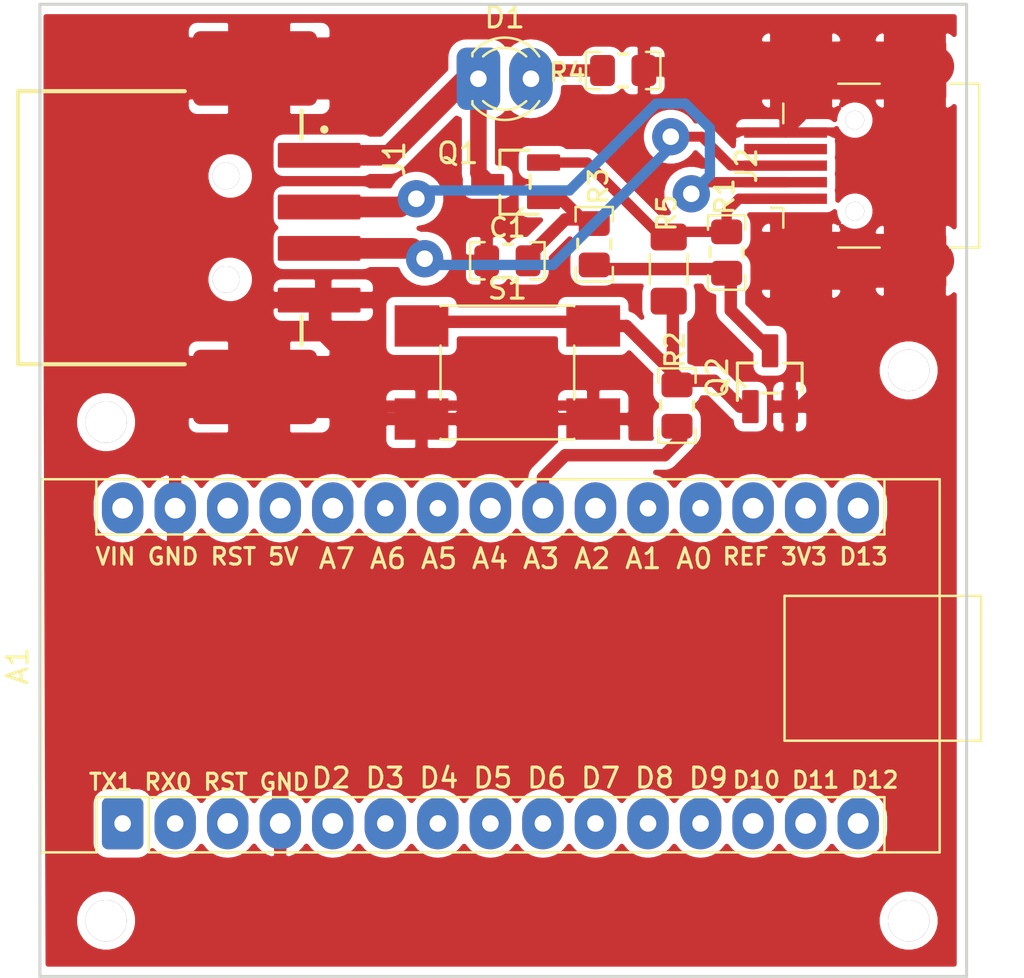
<source format=kicad_pcb>
(kicad_pcb (version 20171130) (host pcbnew "(5.1.10)-1")

  (general
    (thickness 1.6)
    (drawings 4)
    (tracks 101)
    (zones 0)
    (modules 17)
    (nets 11)
  )

  (page A4)
  (layers
    (0 F.Cu signal)
    (31 B.Cu signal)
    (32 B.Adhes user)
    (33 F.Adhes user)
    (34 B.Paste user)
    (35 F.Paste user)
    (36 B.SilkS user)
    (37 F.SilkS user)
    (38 B.Mask user)
    (39 F.Mask user)
    (40 Dwgs.User user)
    (41 Cmts.User user)
    (42 Eco1.User user)
    (43 Eco2.User user)
    (44 Edge.Cuts user)
    (45 Margin user)
    (46 B.CrtYd user)
    (47 F.CrtYd user)
    (48 B.Fab user)
    (49 F.Fab user)
  )

  (setup
    (last_trace_width 0.6)
    (trace_clearance 0.4)
    (zone_clearance 0.4)
    (zone_45_only no)
    (trace_min 0.2)
    (via_size 2)
    (via_drill 0.8)
    (via_min_size 0.4)
    (via_min_drill 0.3)
    (uvia_size 0.3)
    (uvia_drill 0.1)
    (uvias_allowed no)
    (uvia_min_size 0.2)
    (uvia_min_drill 0.1)
    (edge_width 0.15)
    (segment_width 0.2)
    (pcb_text_width 0.3)
    (pcb_text_size 1.5 1.5)
    (mod_edge_width 0.12)
    (mod_text_size 1 1)
    (mod_text_width 0.15)
    (pad_size 1.3 1.3)
    (pad_drill 1.3)
    (pad_to_mask_clearance 0)
    (aux_axis_origin 0 0)
    (visible_elements 7FFFFFFF)
    (pcbplotparams
      (layerselection 0x01000_7fffffff)
      (usegerberextensions false)
      (usegerberattributes true)
      (usegerberadvancedattributes true)
      (creategerberjobfile true)
      (excludeedgelayer true)
      (linewidth 0.100000)
      (plotframeref false)
      (viasonmask false)
      (mode 1)
      (useauxorigin false)
      (hpglpennumber 1)
      (hpglpenspeed 20)
      (hpglpendiameter 15.000000)
      (psnegative false)
      (psa4output false)
      (plotreference true)
      (plotvalue true)
      (plotinvisibletext false)
      (padsonsilk false)
      (subtractmaskfromsilk false)
      (outputformat 1)
      (mirror false)
      (drillshape 0)
      (scaleselection 1)
      (outputdirectory "gerb/"))
  )

  (net 0 "")
  (net 1 GND)
  (net 2 +5VD)
  (net 3 /D+)
  (net 4 /D-)
  (net 5 "Net-(C1-Pad1)")
  (net 6 "Net-(D1-PadK)")
  (net 7 "Net-(D1-PadA)")
  (net 8 /usb_control_pin)
  (net 9 "Net-(Q2-PadB)")
  (net 10 "Net-(Q2-PadC)")

  (net_class Default "This is the default net class."
    (clearance 0.4)
    (trace_width 0.6)
    (via_dia 2)
    (via_drill 0.8)
    (uvia_dia 0.3)
    (uvia_drill 0.1)
    (add_net /usb_control_pin)
    (add_net "Net-(C1-Pad1)")
    (add_net "Net-(D1-PadA)")
    (add_net "Net-(D1-PadK)")
    (add_net "Net-(Q2-PadB)")
    (add_net "Net-(Q2-PadC)")
  )

  (net_class tiny ""
    (clearance 0.28)
    (trace_width 0.5)
    (via_dia 2)
    (via_drill 0.8)
    (uvia_dia 0.3)
    (uvia_drill 0.1)
    (add_net +5VD)
    (add_net GND)
  )

  (net_class usbdata ""
    (clearance 0.28)
    (trace_width 0.5)
    (via_dia 2)
    (via_drill 0.8)
    (uvia_dia 0.3)
    (uvia_drill 0.1)
    (diff_pair_width 0.2)
    (diff_pair_gap 0.3)
    (add_net /D+)
    (add_net /D-)
  )

  (module myFootPrintLibs:SAMTEC_USB-A-S-X-X-SM2 (layer F.Cu) (tedit 61634B0B) (tstamp 61604C46)
    (at 83.8 59.6 270)
    (path /61644F62)
    (fp_text reference J1 (at -3.325 -8.135 90) (layer F.SilkS)
      (effects (font (size 1 1) (thickness 0.15)))
    )
    (fp_text value USB_A (at 7.47 -6.635 90) (layer F.Fab)
      (effects (font (size 1 1) (thickness 0.15)))
    )
    (fp_line (start 4.3 -3.65) (end 5.65 -3.65) (layer F.SilkS) (width 0.2))
    (fp_line (start -5.65 -3.65) (end -4.3 -3.65) (layer F.SilkS) (width 0.2))
    (fp_circle (center -4.75 -4.75) (end -4.65 -4.75) (layer F.Fab) (width 0.2))
    (fp_circle (center -4.75 -4.75) (end -4.65 -4.75) (layer F.SilkS) (width 0.2))
    (fp_line (start 6.85 1.15) (end 6.85 10.3) (layer F.CrtYd) (width 0.05))
    (fp_line (start 8.75 1.15) (end 6.85 1.15) (layer F.CrtYd) (width 0.05))
    (fp_line (start 8.75 -5.5) (end 8.75 1.15) (layer F.CrtYd) (width 0.05))
    (fp_line (start -8.75 -5.5) (end 8.75 -5.5) (layer F.CrtYd) (width 0.05))
    (fp_line (start -8.75 1.15) (end -8.75 -5.5) (layer F.CrtYd) (width 0.05))
    (fp_line (start -6.85 1.15) (end -8.75 1.15) (layer F.CrtYd) (width 0.05))
    (fp_line (start -6.85 10.3) (end -6.85 1.15) (layer F.CrtYd) (width 0.05))
    (fp_line (start 6.85 10.3) (end -6.85 10.3) (layer F.CrtYd) (width 0.05))
    (fp_line (start 6.6 10.05) (end -6.6 10.05) (layer F.SilkS) (width 0.2))
    (fp_line (start 6.6 2) (end 6.6 10.05) (layer F.SilkS) (width 0.2))
    (fp_line (start -6.6 10.05) (end -6.6 2) (layer F.SilkS) (width 0.2))
    (fp_line (start 6.6 -3.65) (end 6.6 10.05) (layer F.Fab) (width 0.1))
    (fp_line (start -6.6 -3.65) (end 6.6 -3.65) (layer F.Fab) (width 0.1))
    (fp_line (start -6.6 10.05) (end -6.6 -3.65) (layer F.Fab) (width 0.1))
    (fp_line (start 6.6 10.05) (end -6.6 10.05) (layer F.Fab) (width 0.1))
    (fp_text user PCB-EDGE (at -3.5 9.5 90) (layer F.Fab)
      (effects (font (size 0.8 0.8) (thickness 0.15)))
    )
    (pad 5 smd roundrect (at 7.7 -1.4 270) (size 3.6 6) (layers F.Cu F.Paste F.Mask) (roundrect_rratio 0.1)
      (net 1 GND) (zone_connect 1) (thermal_width 3))
    (pad 6 smd roundrect (at -7.7 -1.4 270) (size 3.6 6) (layers F.Cu F.Paste F.Mask) (roundrect_rratio 0.1)
      (net 1 GND) (zone_connect 1) (thermal_width 3))
    (pad 3 smd roundrect (at 1 -4.5 270) (size 1.2 4) (layers F.Cu F.Paste F.Mask) (roundrect_rratio 0.06)
      (net 3 /D+))
    (pad 1 smd roundrect (at -3.5 -4.5 270) (size 1.2 4) (layers F.Cu F.Paste F.Mask) (roundrect_rratio 0.06)
      (net 7 "Net-(D1-PadA)"))
    (pad 2 smd roundrect (at -1 -4.5 270) (size 1.2 4) (layers F.Cu F.Paste F.Mask) (roundrect_rratio 0.06)
      (net 4 /D-))
    (pad 4 smd roundrect (at 3.5 -4.5 270) (size 1.2 4) (layers F.Cu F.Paste F.Mask) (roundrect_rratio 0.06)
      (net 1 GND) (zone_connect 1) (thermal_width 0.8))
    (pad None thru_hole circle (at 2.5 0 270) (size 1.3 1.3) (drill 1.3) (layers *.Cu *.Mask)
      (clearance 0.01) (zone_connect 2))
    (pad None thru_hole circle (at -2.5 0 270) (size 1.3 1.3) (drill 1.3) (layers *.Cu *.Mask)
      (clearance 0.01) (zone_connect 2))
    (model E:/GitHubRoot/ElectronicDesign/MyKiCadLibs/3D/USB-A-S-X-X-SM2.step
      (offset (xyz 0 -3.2 1.5))
      (scale (xyz 1 1 1))
      (rotate (xyz -90 0 0))
    )
  )

  (module myFootPrintLibs:USB_Mini-B_Wuerth_65100516121_Horizontal (layer F.Cu) (tedit 6163497E) (tstamp 615F16ED)
    (at 114.2 56.6 90)
    (descr "Mini USB 2.0 Type B SMT Horizontal 5 Contacts (https://katalog.we-online.de/em/datasheet/65100516121.pdf)")
    (tags "Mini USB 2.0 Type B")
    (path /616698AD)
    (attr smd)
    (fp_text reference J2 (at 0 -5.25 90) (layer F.SilkS)
      (effects (font (size 1 1) (thickness 0.15)))
    )
    (fp_text value USB_MINI-B_SMT (at 0 7.35 90) (layer F.Fab)
      (effects (font (size 1 1) (thickness 0.15)))
    )
    (fp_line (start -5.89 4.65) (end -5.9 1.15) (layer F.CrtYd) (width 0.05))
    (fp_line (start -4.35 -0.85) (end -5.9 -0.85) (layer F.CrtYd) (width 0.05))
    (fp_line (start -5.9 1.15) (end -4.35 1.15) (layer F.CrtYd) (width 0.05))
    (fp_line (start -4.35 4.65) (end -5.89 4.65) (layer F.CrtYd) (width 0.05))
    (fp_line (start 5.9 1.15) (end 5.9 4.65) (layer F.CrtYd) (width 0.05))
    (fp_line (start 5.9 -0.85) (end 4.35 -0.85) (layer F.CrtYd) (width 0.05))
    (fp_line (start 4.35 1.15) (end 5.9 1.15) (layer F.CrtYd) (width 0.05))
    (fp_line (start 5.9 4.65) (end 4.35 4.65) (layer F.CrtYd) (width 0.05))
    (fp_line (start 4.35 -0.85) (end 4.35 1.15) (layer F.CrtYd) (width 0.05))
    (fp_line (start -4.35 1.15) (end -4.35 -0.85) (layer F.CrtYd) (width 0.05))
    (fp_line (start 4.35 4.65) (end 4.35 6.4) (layer F.CrtYd) (width 0.05))
    (fp_line (start -4.35 6.4) (end -4.35 4.65) (layer F.CrtYd) (width 0.05))
    (fp_line (start -1.3 -3.35) (end 3.85 -3.35) (layer F.Fab) (width 0.1))
    (fp_line (start -1.6 -2.85) (end -1.3 -3.35) (layer F.Fab) (width 0.1))
    (fp_line (start -1.9 -3.35) (end -1.6 -2.85) (layer F.Fab) (width 0.1))
    (fp_line (start 4.35 6.4) (end -4.35 6.4) (layer F.CrtYd) (width 0.05))
    (fp_line (start 5.9 -4.35) (end 5.9 -0.85) (layer F.CrtYd) (width 0.05))
    (fp_line (start -5.9 -4.35) (end 5.9 -4.35) (layer F.CrtYd) (width 0.05))
    (fp_line (start -5.9 -0.85) (end -5.9 -4.35) (layer F.CrtYd) (width 0.05))
    (fp_line (start 3.96 6.01) (end 3.96 4.6) (layer F.SilkS) (width 0.12))
    (fp_line (start -3.96 6.01) (end 3.96 6.01) (layer F.SilkS) (width 0.12))
    (fp_line (start -3.96 4.6) (end -3.96 6.01) (layer F.SilkS) (width 0.12))
    (fp_line (start 2.05 -3.46) (end 3 -3.46) (layer F.SilkS) (width 0.12))
    (fp_line (start -2.05 -4.05) (end -2 -4.05) (layer F.SilkS) (width 0.12))
    (fp_line (start -2.05 -3.46) (end -2.05 -4.05) (layer F.SilkS) (width 0.12))
    (fp_line (start -3 -3.46) (end -2.05 -3.46) (layer F.SilkS) (width 0.12))
    (fp_line (start 3.96 -0.8) (end 3.96 1.2) (layer F.SilkS) (width 0.12))
    (fp_line (start -3.96 1.2) (end -3.96 -0.8) (layer F.SilkS) (width 0.12))
    (fp_line (start -3.85 5.9) (end -3.85 -3.35) (layer F.Fab) (width 0.1))
    (fp_line (start 3.85 5.9) (end -3.85 5.9) (layer F.Fab) (width 0.1))
    (fp_line (start 3.85 -3.35) (end 3.85 5.9) (layer F.Fab) (width 0.1))
    (fp_line (start -3.85 -3.35) (end -1.9 -3.35) (layer F.Fab) (width 0.1))
    (fp_text user %R (at 0 0 90) (layer F.Fab)
      (effects (font (size 1 1) (thickness 0.15)))
    )
    (pad S2 smd roundrect (at -4.6 2.9 90) (size 2.6 3) (layers F.Cu F.Paste F.Mask) (roundrect_rratio 0.1)
      (net 1 GND) (zone_connect 1) (thermal_width 3))
    (pad S4 smd roundrect (at 4.6 2.9 90) (size 2.8 3) (layers F.Cu F.Paste F.Mask) (roundrect_rratio 0.1)
      (net 1 GND) (zone_connect 1) (thermal_width 3))
    (pad S1 smd roundrect (at -4.6 -2.6 90) (size 2.8 3) (layers F.Cu F.Paste F.Mask) (roundrect_rratio 0.1)
      (net 1 GND) (zone_connect 1) (thermal_width 3))
    (pad S3 smd roundrect (at 4.6 -2.6 90) (size 2.8 3) (layers F.Cu F.Paste F.Mask) (roundrect_rratio 0.1)
      (net 1 GND) (zone_connect 1) (thermal_width 3))
    (pad VBUS smd rect (at -1.6 -3.35 90) (size 0.5 4) (layers F.Cu F.Paste F.Mask)
      (net 2 +5VD) (clearance 0.3))
    (pad D- smd rect (at -0.8 -3.35 90) (size 0.5 4) (layers F.Cu F.Paste F.Mask)
      (net 4 /D-) (clearance 0.3))
    (pad D+ smd rect (at 0 -3.35 90) (size 0.5 4) (layers F.Cu F.Paste F.Mask)
      (net 3 /D+) (clearance 0.3))
    (pad ID smd rect (at 0.8 -3.35 90) (size 0.5 4) (layers F.Cu F.Paste F.Mask)
      (clearance 0.3))
    (pad GND smd rect (at 1.6 -3.35 90) (size 0.5 4) (layers F.Cu F.Paste F.Mask)
      (net 1 GND) (clearance 0.3))
    (pad "" thru_hole circle (at -2.2 0 90) (size 0.9 0.9) (drill 0.9) (layers *.Cu *.Mask)
      (clearance 0.01) (zone_connect 2))
    (pad "" thru_hole circle (at 2.2 0 90) (size 0.9 0.9) (drill 0.9) (layers *.Cu *.Mask)
      (clearance 0.01) (zone_connect 2))
    (model ${KISYS3DMOD}/Connector_USB.3dshapes/USB_Mini-B_Wuerth_65100516121_Horizontal.wrl
      (at (xyz 0 0 0))
      (scale (xyz 1 1 1))
      (rotate (xyz 0 0 0))
    )
    (model E:/GitHubRoot/ElectronicDesign/MyKiCadLibs/3D/mini_usb.stp
      (offset (xyz 0 -4 0))
      (scale (xyz 1 1 1))
      (rotate (xyz -90 0 0))
    )
  )

  (module myFootPrintLibs:MountingHole_2.0mm (layer F.Cu) (tedit 6146326C) (tstamp 61642C0B)
    (at 116.8 66.5)
    (descr "Mounting Hole 2.1mm, no annular")
    (tags "mounting hole 2.1mm no annular")
    (attr virtual)
    (fp_text reference REF** (at 1.6 -1.6) (layer F.SilkS) hide
      (effects (font (size 0.2 0.2) (thickness 0.01)))
    )
    (fp_text value MountHole_2.0mm (at 0.1 -2.1) (layer F.Fab) hide
      (effects (font (size 0.2 0.2) (thickness 0.02)))
    )
    (fp_circle (center 0 0) (end 1.8 0) (layer F.CrtYd) (width 0.05))
    (fp_circle (center 0 0) (end 1.65 0) (layer Cmts.User) (width 0.15))
    (pad "" thru_hole circle (at 0 0) (size 2 2) (drill 2) (layers *.Cu *.Mask))
  )

  (module myFootPrintLibs:MountingHole_2.0mm (layer F.Cu) (tedit 6146326C) (tstamp 61642BFF)
    (at 116.8 93.1)
    (descr "Mounting Hole 2.1mm, no annular")
    (tags "mounting hole 2.1mm no annular")
    (attr virtual)
    (fp_text reference REF** (at 1.6 -1.6) (layer F.SilkS) hide
      (effects (font (size 0.2 0.2) (thickness 0.01)))
    )
    (fp_text value MountHole_2.0mm (at 0.1 -2.1) (layer F.Fab) hide
      (effects (font (size 0.2 0.2) (thickness 0.02)))
    )
    (fp_circle (center 0 0) (end 1.65 0) (layer Cmts.User) (width 0.15))
    (fp_circle (center 0 0) (end 1.8 0) (layer F.CrtYd) (width 0.05))
    (pad "" thru_hole circle (at 0 0) (size 2 2) (drill 2) (layers *.Cu *.Mask))
  )

  (module myFootPrintLibs:MountingHole_2.0mm (layer F.Cu) (tedit 6146326C) (tstamp 61642BF3)
    (at 78 93.1)
    (descr "Mounting Hole 2.1mm, no annular")
    (tags "mounting hole 2.1mm no annular")
    (attr virtual)
    (fp_text reference REF** (at 1.6 -1.6) (layer F.SilkS) hide
      (effects (font (size 0.2 0.2) (thickness 0.01)))
    )
    (fp_text value MountHole_2.0mm (at 0.1 -2.1) (layer F.Fab) hide
      (effects (font (size 0.2 0.2) (thickness 0.02)))
    )
    (fp_circle (center 0 0) (end 1.8 0) (layer F.CrtYd) (width 0.05))
    (fp_circle (center 0 0) (end 1.65 0) (layer Cmts.User) (width 0.15))
    (pad "" thru_hole circle (at 0 0) (size 2 2) (drill 2) (layers *.Cu *.Mask))
  )

  (module myFootPrintLibs:MountingHole_2.0mm (layer F.Cu) (tedit 6146326C) (tstamp 61642BEB)
    (at 78 69)
    (descr "Mounting Hole 2.1mm, no annular")
    (tags "mounting hole 2.1mm no annular")
    (attr virtual)
    (fp_text reference REF** (at 1.6 -1.6) (layer F.SilkS) hide
      (effects (font (size 0.2 0.2) (thickness 0.01)))
    )
    (fp_text value MountHole_2.0mm (at 0.1 -2.1) (layer F.Fab) hide
      (effects (font (size 0.2 0.2) (thickness 0.02)))
    )
    (fp_circle (center 0 0) (end 1.65 0) (layer Cmts.User) (width 0.15))
    (fp_circle (center 0 0) (end 1.8 0) (layer F.CrtYd) (width 0.05))
    (pad "" thru_hole circle (at 0 0) (size 2 2) (drill 2) (layers *.Cu *.Mask))
  )

  (module Resistor_SMD:R_1206_3216Metric_Pad1.30x1.75mm_HandSolder (layer F.Cu) (tedit 5F68FEEE) (tstamp 61636427)
    (at 105.2 61.6 270)
    (descr "Resistor SMD 1206 (3216 Metric), square (rectangular) end terminal, IPC_7351 nominal with elongated pad for handsoldering. (Body size source: IPC-SM-782 page 72, https://www.pcb-3d.com/wordpress/wp-content/uploads/ipc-sm-782a_amendment_1_and_2.pdf), generated with kicad-footprint-generator")
    (tags "resistor handsolder")
    (path /6174DB22)
    (attr smd)
    (fp_text reference R5 (at -2.7 0.1 90) (layer F.SilkS)
      (effects (font (size 0.9 0.9) (thickness 0.15)))
    )
    (fp_text value 50k (at 2.7 0) (layer F.Fab)
      (effects (font (size 1 1) (thickness 0.15)))
    )
    (fp_line (start 2.45 1.12) (end -2.45 1.12) (layer F.CrtYd) (width 0.05))
    (fp_line (start 2.45 -1.12) (end 2.45 1.12) (layer F.CrtYd) (width 0.05))
    (fp_line (start -2.45 -1.12) (end 2.45 -1.12) (layer F.CrtYd) (width 0.05))
    (fp_line (start -2.45 1.12) (end -2.45 -1.12) (layer F.CrtYd) (width 0.05))
    (fp_line (start -0.727064 0.91) (end 0.727064 0.91) (layer F.SilkS) (width 0.12))
    (fp_line (start -0.727064 -0.91) (end 0.727064 -0.91) (layer F.SilkS) (width 0.12))
    (fp_line (start 1.6 0.8) (end -1.6 0.8) (layer F.Fab) (width 0.1))
    (fp_line (start 1.6 -0.8) (end 1.6 0.8) (layer F.Fab) (width 0.1))
    (fp_line (start -1.6 -0.8) (end 1.6 -0.8) (layer F.Fab) (width 0.1))
    (fp_line (start -1.6 0.8) (end -1.6 -0.8) (layer F.Fab) (width 0.1))
    (fp_text user %R (at 0 0 270) (layer F.Fab)
      (effects (font (size 0.5 0.5) (thickness 0.08)))
    )
    (pad 2 smd roundrect (at 1.55 0 270) (size 1.3 1.75) (layers F.Cu F.Paste F.Mask) (roundrect_rratio 0.192308)
      (net 9 "Net-(Q2-PadB)"))
    (pad 1 smd roundrect (at -1.55 0 270) (size 1.3 1.75) (layers F.Cu F.Paste F.Mask) (roundrect_rratio 0.192308)
      (net 2 +5VD))
    (model ${KISYS3DMOD}/Resistor_SMD.3dshapes/R_1206_3216Metric.wrl
      (at (xyz 0 0 0))
      (scale (xyz 1 1 1))
      (rotate (xyz 0 0 0))
    )
  )

  (module myFootPrintLibs:R_C_0805_2012Metric_Pad1.20x1.50mm_HandSolder (layer F.Cu) (tedit 6141E09D) (tstamp 61635D9B)
    (at 105.6 68.2 270)
    (descr "Resistor SMD 0805 (2012 Metric), square (rectangular) end terminal, IPC_7351 nominal with elongated pad for handsoldering. (Body size source: IPC-SM-782 page 72, https://www.pcb-3d.com/wordpress/wp-content/uploads/ipc-sm-782a_amendment_1_and_2.pdf), generated with kicad-footprint-generator")
    (tags "resistor handsolder")
    (path /616742D2)
    (attr smd)
    (fp_text reference R2 (at -2.7 0.1 90) (layer F.SilkS)
      (effects (font (size 0.9 0.9) (thickness 0.15)))
    )
    (fp_text value 5k (at 2.7 0) (layer F.Fab)
      (effects (font (size 1 1) (thickness 0.15)))
    )
    (fp_line (start -1 0.625) (end -1 -0.625) (layer F.Fab) (width 0.1))
    (fp_line (start -1 -0.625) (end 1 -0.625) (layer F.Fab) (width 0.1))
    (fp_line (start 1 -0.625) (end 1 0.625) (layer F.Fab) (width 0.1))
    (fp_line (start 1 0.625) (end -1 0.625) (layer F.Fab) (width 0.1))
    (fp_line (start -0.227064 -0.8) (end 0.227064 -0.8) (layer F.SilkS) (width 0.15))
    (fp_line (start -0.25 0.8) (end 0.204128 0.8) (layer F.SilkS) (width 0.15))
    (fp_line (start -1.85 0.95) (end -1.85 -0.95) (layer F.CrtYd) (width 0.05))
    (fp_line (start -1.85 -0.95) (end 1.85 -0.95) (layer F.CrtYd) (width 0.05))
    (fp_line (start 1.85 -0.95) (end 1.85 0.95) (layer F.CrtYd) (width 0.05))
    (fp_line (start 1.85 0.95) (end -1.85 0.95) (layer F.CrtYd) (width 0.05))
    (fp_line (start -1.1 -0.9) (end -1.8 -0.9) (layer F.SilkS) (width 0.12))
    (fp_line (start -1.8 -0.9) (end -1.8 0.9) (layer F.SilkS) (width 0.12))
    (fp_line (start -1.8 0.9) (end -1.1 0.9) (layer F.SilkS) (width 0.12))
    (fp_line (start 1.8 -0.9) (end 1.1 -0.9) (layer F.SilkS) (width 0.12))
    (fp_line (start 1.8 0.9) (end 1.1 0.9) (layer F.SilkS) (width 0.12))
    (fp_line (start 1.8 -0.9) (end 1.8 0.9) (layer F.SilkS) (width 0.12))
    (fp_text user %R (at 0 0 270) (layer F.Fab)
      (effects (font (size 0.5 0.5) (thickness 0.08)))
    )
    (pad 1 smd roundrect (at -1 0 270) (size 1.2 1.5) (layers F.Cu F.Paste F.Mask) (roundrect_rratio 0.208)
      (net 9 "Net-(Q2-PadB)") (solder_mask_margin 0.05))
    (pad 2 smd roundrect (at 1 0 270) (size 1.2 1.5) (layers F.Cu F.Paste F.Mask) (roundrect_rratio 0.208)
      (net 8 /usb_control_pin) (solder_mask_margin 0.05))
    (model ${KISYS3DMOD}/Resistor_SMD.3dshapes/R_0805_2012Metric.wrl
      (at (xyz 0 0 0))
      (scale (xyz 1 1 1))
      (rotate (xyz 0 0 0))
    )
  )

  (module myFootPrintLibs:SOT-23_PNP_NPN (layer F.Cu) (tedit 6147B7E3) (tstamp 6163415C)
    (at 110.1 66.9 90)
    (descr "SOT-23, Standard")
    (tags SOT-23)
    (path /6165F8F0)
    (attr smd)
    (fp_text reference Q2 (at 0.05 -2.55 90) (layer F.SilkS)
      (effects (font (size 1 1) (thickness 0.15)))
    )
    (fp_text value S8050 (at 0.95 2.65 90) (layer F.Fab)
      (effects (font (size 1 1) (thickness 0.15)))
    )
    (fp_line (start -0.7 -0.95) (end -0.7 1.5) (layer F.Fab) (width 0.1))
    (fp_line (start -0.15 -1.52) (end 0.7 -1.52) (layer F.Fab) (width 0.1))
    (fp_line (start -0.7 -0.95) (end -0.15 -1.52) (layer F.Fab) (width 0.1))
    (fp_line (start 0.7 -1.52) (end 0.7 1.52) (layer F.Fab) (width 0.1))
    (fp_line (start -0.7 1.52) (end 0.7 1.52) (layer F.Fab) (width 0.1))
    (fp_line (start 0.75 1.55) (end 0.75 0.65) (layer F.SilkS) (width 0.15))
    (fp_line (start 0.76 -1.58) (end 0.76 -0.65) (layer F.SilkS) (width 0.15))
    (fp_line (start -1.7 -1.75) (end 1.7 -1.75) (layer F.CrtYd) (width 0.05))
    (fp_line (start 1.7 -1.75) (end 1.7 1.75) (layer F.CrtYd) (width 0.05))
    (fp_line (start 1.7 1.75) (end -1.7 1.75) (layer F.CrtYd) (width 0.05))
    (fp_line (start -1.7 1.75) (end -1.7 -1.75) (layer F.CrtYd) (width 0.05))
    (fp_line (start 0.76 -1.58) (end -1.05 -1.58) (layer F.SilkS) (width 0.15))
    (fp_line (start 0.75 1.55) (end -0.65 1.55) (layer F.SilkS) (width 0.15))
    (fp_line (start -0.7 -0.4) (end -0.7 0.4) (layer F.SilkS) (width 0.15))
    (fp_line (start -0.4 -1.2) (end -0.05 -1.55) (layer F.SilkS) (width 0.15))
    (fp_text user %R (at 0 0.05 90) (layer F.Fab)
      (effects (font (size 0.3 0.3) (thickness 0.05)))
    )
    (pad B smd roundrect (at -1.35 -0.95 90) (size 1.6 0.8) (layers F.Cu F.Paste F.Mask) (roundrect_rratio 0.1)
      (net 9 "Net-(Q2-PadB)"))
    (pad E smd roundrect (at -1.35 0.95 90) (size 1.6 0.8) (layers F.Cu F.Paste F.Mask) (roundrect_rratio 0.1)
      (net 1 GND))
    (pad C smd roundrect (at 1.35 0 90) (size 1.6 0.8) (layers F.Cu F.Paste F.Mask) (roundrect_rratio 0.1)
      (net 10 "Net-(Q2-PadC)"))
    (model ${KISYS3DMOD}/Package_TO_SOT_SMD.3dshapes/SOT-23.wrl
      (at (xyz 0 0 0))
      (scale (xyz 1 1 1))
      (rotate (xyz 0 0 0))
    )
  )

  (module myFootPrintLibs:SW_Push_1P1T_NO_6x6mm_H9.5mm (layer F.Cu) (tedit 6161E753) (tstamp 616341FC)
    (at 97.4 66.6)
    (descr "tactile push button, 6x6mm e.g. PTS645xx series, height=9.5mm")
    (tags "tact sw push 6mm smd")
    (path /61762657)
    (attr smd)
    (fp_text reference S1 (at 0 -4.05) (layer F.SilkS)
      (effects (font (size 1 1) (thickness 0.15)))
    )
    (fp_text value MOMENTARY-SWITCH (at -1.4 0) (layer F.Fab)
      (effects (font (size 1 1) (thickness 0.15)))
    )
    (fp_circle (center 0 0) (end 1.75 -0.05) (layer F.Fab) (width 0.1))
    (fp_line (start -3.23 3.23) (end 3.23 3.23) (layer F.SilkS) (width 0.12))
    (fp_line (start -3.23 -1.3) (end -3.23 1.3) (layer F.SilkS) (width 0.12))
    (fp_line (start -3.23 -3.23) (end 3.23 -3.23) (layer F.SilkS) (width 0.12))
    (fp_line (start 3.23 -1.3) (end 3.23 1.3) (layer F.SilkS) (width 0.12))
    (fp_line (start -3.23 -3.2) (end -3.23 -3.23) (layer F.SilkS) (width 0.12))
    (fp_line (start -3.23 3.23) (end -3.23 3.2) (layer F.SilkS) (width 0.12))
    (fp_line (start 3.23 3.23) (end 3.23 3.2) (layer F.SilkS) (width 0.12))
    (fp_line (start 3.23 -3.23) (end 3.23 -3.2) (layer F.SilkS) (width 0.12))
    (fp_line (start -5 -3.25) (end 5 -3.25) (layer F.CrtYd) (width 0.05))
    (fp_line (start -5 3.25) (end 5 3.25) (layer F.CrtYd) (width 0.05))
    (fp_line (start -5 -3.25) (end -5 3.25) (layer F.CrtYd) (width 0.05))
    (fp_line (start 5 3.25) (end 5 -3.25) (layer F.CrtYd) (width 0.05))
    (fp_line (start 3 -3) (end -3 -3) (layer F.Fab) (width 0.1))
    (fp_line (start 3 3) (end 3 -3) (layer F.Fab) (width 0.1))
    (fp_line (start -3 3) (end 3 3) (layer F.Fab) (width 0.1))
    (fp_line (start -3 -3) (end -3 3) (layer F.Fab) (width 0.1))
    (fp_text user %R (at 0 -4.05) (layer F.Fab)
      (effects (font (size 1 1) (thickness 0.15)))
    )
    (pad 2 smd rect (at 4.15 2.25) (size 2.6 2) (layers F.Cu F.Paste F.Mask)
      (net 1 GND))
    (pad 1 smd rect (at 4.15 -2.25) (size 2.6 2) (layers F.Cu F.Paste F.Mask)
      (net 9 "Net-(Q2-PadB)"))
    (pad 1 smd rect (at -4.15 -2.25) (size 2.6 2) (layers F.Cu F.Paste F.Mask)
      (net 9 "Net-(Q2-PadB)"))
    (pad 2 smd rect (at -4.15 2.25) (size 2.6 2) (layers F.Cu F.Paste F.Mask)
      (net 1 GND))
    (model ${KISYS3DMOD}/Button_Switch_SMD.3dshapes/SW_PUSH_6mm_H9.5mm.wrl
      (at (xyz 0 0 0))
      (scale (xyz 1 1 1))
      (rotate (xyz 0 0 0))
    )
    (model ${KISYS3DMOD}/Button_Switch_SMD.3dshapes/SW_SPST_PTS645.step
      (at (xyz 0 0 0))
      (scale (xyz 1 1 1))
      (rotate (xyz 0 0 0))
    )
  )

  (module myFootPrintLibs:Arduino_Nano (layer F.Cu) (tedit 6161F0DD) (tstamp 615FDAD1)
    (at 78.8 88.4 90)
    (descr "Arduino Nano, http://www.mouser.com/pdfdocs/Gravitech_Arduino_Nano3_0.pdf")
    (tags "Arduino Nano")
    (path /615E789E)
    (fp_text reference A1 (at 7.62 -5.08 90) (layer F.SilkS)
      (effects (font (size 1 1) (thickness 0.15)))
    )
    (fp_text value Arduino_Nano_v2.x (at 8.89 19.05 180) (layer F.Fab)
      (effects (font (size 1 1) (thickness 0.15)))
    )
    (fp_line (start 4 41.5) (end 4 32) (layer F.SilkS) (width 0.12))
    (fp_line (start 11 41.5) (end 4 41.5) (layer F.SilkS) (width 0.12))
    (fp_line (start 11 32) (end 11 41.5) (layer F.SilkS) (width 0.12))
    (fp_line (start 4 32) (end 11 32) (layer F.SilkS) (width 0.12))
    (fp_line (start 16.75 42.16) (end -1.53 42.16) (layer F.CrtYd) (width 0.05))
    (fp_line (start 16.75 42.16) (end 16.75 -4.06) (layer F.CrtYd) (width 0.05))
    (fp_line (start -1.53 -4.06) (end -1.53 42.16) (layer F.CrtYd) (width 0.05))
    (fp_line (start -1.53 -4.06) (end 16.75 -4.06) (layer F.CrtYd) (width 0.05))
    (fp_line (start 16.51 -3.81) (end 16.51 39.37) (layer F.Fab) (width 0.1))
    (fp_line (start 0 -3.81) (end 16.51 -3.81) (layer F.Fab) (width 0.1))
    (fp_line (start -1.27 -2.54) (end 0 -3.81) (layer F.Fab) (width 0.1))
    (fp_line (start -1.27 39.37) (end -1.27 -2.54) (layer F.Fab) (width 0.1))
    (fp_line (start 16.51 39.37) (end -1.27 39.37) (layer F.Fab) (width 0.1))
    (fp_line (start 16.64 -3.94) (end -1.4 -3.94) (layer F.SilkS) (width 0.12))
    (fp_line (start 16.64 39.5) (end 16.64 -3.94) (layer F.SilkS) (width 0.12))
    (fp_line (start -1.4 39.5) (end 16.64 39.5) (layer F.SilkS) (width 0.12))
    (fp_line (start 3.81 41.91) (end 3.81 31.75) (layer F.Fab) (width 0.1))
    (fp_line (start 11.43 41.91) (end 3.81 41.91) (layer F.Fab) (width 0.1))
    (fp_line (start 11.43 31.75) (end 11.43 41.91) (layer F.Fab) (width 0.1))
    (fp_line (start 3.81 31.75) (end 11.43 31.75) (layer F.Fab) (width 0.1))
    (fp_line (start 1.27 36.83) (end -1.4 36.83) (layer F.SilkS) (width 0.12))
    (fp_line (start 1.27 1.27) (end 1.27 36.83) (layer F.SilkS) (width 0.12))
    (fp_line (start 1.27 1.27) (end -1.4 1.27) (layer F.SilkS) (width 0.12))
    (fp_line (start 13.97 36.83) (end 16.64 36.83) (layer F.SilkS) (width 0.12))
    (fp_line (start 13.97 -1.27) (end 13.97 36.83) (layer F.SilkS) (width 0.12))
    (fp_line (start 13.97 -1.27) (end 16.64 -1.27) (layer F.SilkS) (width 0.12))
    (fp_line (start -1.4 -3.94) (end -1.4 -1.27) (layer F.SilkS) (width 0.12))
    (fp_line (start -1.4 1.27) (end -1.4 39.5) (layer F.SilkS) (width 0.12))
    (fp_line (start 1.27 -1.27) (end -1.4 -1.27) (layer F.SilkS) (width 0.12))
    (fp_line (start 1.27 1.27) (end 1.27 -1.27) (layer F.SilkS) (width 0.12))
    (fp_text user "D2 D3 D4 D5 D6 D7 D8 D9" (at 2.2 19.2 180) (layer F.SilkS)
      (effects (font (size 0.96 0.96) (thickness 0.15)))
    )
    (fp_text user "D10 D11 D12" (at 2.1 33.5 180) (layer F.SilkS)
      (effects (font (size 0.78 0.78) (thickness 0.15)))
    )
    (fp_text user "REF 3V3 D13" (at 12.9 33) (layer F.SilkS)
      (effects (font (size 0.8 0.8) (thickness 0.15)))
    )
    (fp_text user "A7 A6 A5 A4 A3 A2 A1 A0" (at 12.8 19) (layer F.SilkS)
      (effects (font (size 0.96 0.96) (thickness 0.15)))
    )
    (fp_text user "VIN GND RST 5V" (at 12.9 3.6) (layer F.SilkS)
      (effects (font (size 0.8 0.8) (thickness 0.15)))
    )
    (fp_text user %R (at 6.35 19.05 180) (layer F.Fab)
      (effects (font (size 1 1) (thickness 0.15)))
    )
    (fp_text user "TX1 RX0 RST GND" (at 2 3.7 180) (layer F.SilkS)
      (effects (font (size 0.78 0.78) (thickness 0.15)))
    )
    (pad 1 thru_hole roundrect (at 0 0 90) (size 2.5 2) (drill 0.8) (layers *.Cu *.Mask) (roundrect_rratio 0.15))
    (pad 17 thru_hole oval (at 15.24 33.02 90) (size 2.5 2) (drill 1) (layers *.Cu *.Mask))
    (pad 2 thru_hole oval (at 0 2.54 90) (size 2.5 2) (drill 0.8) (layers *.Cu *.Mask))
    (pad 18 thru_hole oval (at 15.24 30.48 90) (size 2.5 2) (drill 1) (layers *.Cu *.Mask))
    (pad 3 thru_hole oval (at 0 5.08 90) (size 2.5 2) (drill 1) (layers *.Cu *.Mask))
    (pad 19 thru_hole oval (at 15.24 27.94 90) (size 2.5 2) (drill 0.8) (layers *.Cu *.Mask))
    (pad 4 thru_hole oval (at 0 7.62 90) (size 2.5 2) (drill 1) (layers *.Cu *.Mask)
      (net 1 GND))
    (pad 20 thru_hole oval (at 15.24 25.4 90) (size 2.5 2) (drill 0.8) (layers *.Cu *.Mask))
    (pad 5 thru_hole oval (at 0 10.16 90) (size 2.5 2) (drill 1) (layers *.Cu *.Mask))
    (pad 21 thru_hole oval (at 15.24 22.86 90) (size 2.5 2) (drill 1) (layers *.Cu *.Mask))
    (pad 6 thru_hole oval (at 0 12.7 90) (size 2.5 2) (drill 0.8) (layers *.Cu *.Mask))
    (pad 22 thru_hole oval (at 15.24 20.32 90) (size 2.5 2) (drill 1) (layers *.Cu *.Mask)
      (net 8 /usb_control_pin))
    (pad 7 thru_hole oval (at 0 15.24 90) (size 2.5 2) (drill 0.8) (layers *.Cu *.Mask))
    (pad 23 thru_hole oval (at 15.24 17.78 90) (size 2.5 2) (drill 1) (layers *.Cu *.Mask))
    (pad 8 thru_hole oval (at 0 17.78 90) (size 2.5 2) (drill 0.8) (layers *.Cu *.Mask))
    (pad 24 thru_hole oval (at 15.24 15.24 90) (size 2.5 2) (drill 0.8) (layers *.Cu *.Mask))
    (pad 9 thru_hole oval (at 0 20.32 90) (size 2.5 2) (drill 0.8) (layers *.Cu *.Mask))
    (pad 25 thru_hole oval (at 15.24 12.7 90) (size 2.5 2) (drill 0.8) (layers *.Cu *.Mask))
    (pad 10 thru_hole oval (at 0 22.86 90) (size 2.5 2) (drill 0.8) (layers *.Cu *.Mask))
    (pad 26 thru_hole oval (at 15.24 10.16 90) (size 2.5 2) (drill 1) (layers *.Cu *.Mask))
    (pad 11 thru_hole oval (at 0 25.4 90) (size 2.5 2) (drill 0.8) (layers *.Cu *.Mask))
    (pad 27 thru_hole oval (at 15.24 7.62 90) (size 2.5 2) (drill 1) (layers *.Cu *.Mask))
    (pad 12 thru_hole oval (at 0 27.94 90) (size 2.5 2) (drill 0.8) (layers *.Cu *.Mask))
    (pad 28 thru_hole oval (at 15.24 5.08 90) (size 2.5 2) (drill 1) (layers *.Cu *.Mask))
    (pad 13 thru_hole oval (at 0 30.48 90) (size 2.5 2) (drill 1) (layers *.Cu *.Mask))
    (pad 29 thru_hole oval (at 15.24 2.54 90) (size 2.5 2) (drill 1) (layers *.Cu *.Mask)
      (net 1 GND))
    (pad 14 thru_hole oval (at 0 33.02 90) (size 2.5 2) (drill 1) (layers *.Cu *.Mask))
    (pad 30 thru_hole oval (at 15.24 0 90) (size 2.5 2) (drill 1) (layers *.Cu *.Mask))
    (pad 15 thru_hole oval (at 0 35.56 90) (size 2.5 2) (drill 1) (layers *.Cu *.Mask))
    (pad 16 thru_hole oval (at 15.24 35.56 90) (size 2.5 2) (drill 1) (layers *.Cu *.Mask))
    (model ${KISYS3DMOD}/Module.3dshapes/Arduino_Nano_WithMountingHoles.wrl
      (at (xyz 0 0 0))
      (scale (xyz 1 1 1))
      (rotate (xyz 0 0 0))
    )
    (model E:/GitHubRoot/ElectronicDesign/MyKiCadLibs/3D/arduino_nano.x3d
      (at (xyz 0 0 0))
      (scale (xyz 1 1 1))
      (rotate (xyz 0 0 0))
    )
  )

  (module myFootPrintLibs:LED_D3.0mm (layer F.Cu) (tedit 612A74D0) (tstamp 61624B6E)
    (at 96 52.4)
    (descr "LED, diameter 3.0mm, 2 pins")
    (tags "LED diameter 3.0mm 2 pins")
    (path /6161E91D)
    (fp_text reference D1 (at 1.27 -2.96) (layer F.SilkS)
      (effects (font (size 1 1) (thickness 0.15)))
    )
    (fp_text value LED (at 1.27 2.96) (layer F.Fab) hide
      (effects (font (size 1 1) (thickness 0.15)))
    )
    (fp_circle (center 1.27 0) (end 2.77 0) (layer F.Fab) (width 0.1))
    (fp_line (start -0.23 -1.16619) (end -0.23 1.16619) (layer F.Fab) (width 0.1))
    (fp_line (start -0.29 -1.236) (end -0.29 -1.08) (layer F.SilkS) (width 0.12))
    (fp_line (start -0.29 1.08) (end -0.29 1.236) (layer F.SilkS) (width 0.12))
    (fp_line (start -1.15 -2.25) (end -1.15 2.25) (layer F.CrtYd) (width 0.05))
    (fp_line (start -1.15 2.25) (end 3.7 2.25) (layer F.CrtYd) (width 0.05))
    (fp_line (start 3.7 2.25) (end 3.7 -2.25) (layer F.CrtYd) (width 0.05))
    (fp_line (start 3.7 -2.25) (end -1.15 -2.25) (layer F.CrtYd) (width 0.05))
    (fp_arc (start 1.27 0) (end 0.229039 1.08) (angle -87.9) (layer F.SilkS) (width 0.12))
    (fp_arc (start 1.27 0) (end 0.229039 -1.08) (angle 87.9) (layer F.SilkS) (width 0.12))
    (fp_arc (start 1.27 0) (end -0.29 1.235516) (angle -108.8) (layer F.SilkS) (width 0.12))
    (fp_arc (start 1.27 0) (end -0.29 -1.235516) (angle 108.8) (layer F.SilkS) (width 0.12))
    (fp_arc (start 1.27 0) (end -0.23 -1.16619) (angle 284.3) (layer F.Fab) (width 0.1))
    (pad K thru_hole oval (at 2.54 0) (size 2.1 3) (drill 0.8) (layers *.Cu *.Mask)
      (net 6 "Net-(D1-PadK)"))
    (pad A thru_hole roundrect (at 0 0) (size 2.1 3) (drill 0.8) (layers *.Cu *.Mask) (roundrect_rratio 0.22)
      (net 7 "Net-(D1-PadA)"))
    (model ${KISYS3DMOD}/LED_THT.3dshapes/LED_D3.0mm.wrl
      (at (xyz 0 0 0))
      (scale (xyz 1 1 1))
      (rotate (xyz 0 0 0))
    )
  )

  (module myFootPrintLibs:R_C_0805_2012Metric_Pad1.20x1.50mm_HandSolder (layer F.Cu) (tedit 6141E09D) (tstamp 6161DA20)
    (at 103 52)
    (descr "Resistor SMD 0805 (2012 Metric), square (rectangular) end terminal, IPC_7351 nominal with elongated pad for handsoldering. (Body size source: IPC-SM-782 page 72, https://www.pcb-3d.com/wordpress/wp-content/uploads/ipc-sm-782a_amendment_1_and_2.pdf), generated with kicad-footprint-generator")
    (tags "resistor handsolder")
    (path /61621A0E)
    (attr smd)
    (fp_text reference R4 (at -2.7 0.1) (layer F.SilkS)
      (effects (font (size 0.9 0.9) (thickness 0.15)))
    )
    (fp_text value 2k (at 2.7 0 90) (layer F.Fab)
      (effects (font (size 1 1) (thickness 0.15)))
    )
    (fp_line (start 1.8 -0.9) (end 1.8 0.9) (layer F.SilkS) (width 0.12))
    (fp_line (start 1.8 0.9) (end 1.1 0.9) (layer F.SilkS) (width 0.12))
    (fp_line (start 1.8 -0.9) (end 1.1 -0.9) (layer F.SilkS) (width 0.12))
    (fp_line (start -1.8 0.9) (end -1.1 0.9) (layer F.SilkS) (width 0.12))
    (fp_line (start -1.8 -0.9) (end -1.8 0.9) (layer F.SilkS) (width 0.12))
    (fp_line (start -1.1 -0.9) (end -1.8 -0.9) (layer F.SilkS) (width 0.12))
    (fp_line (start 1.85 0.95) (end -1.85 0.95) (layer F.CrtYd) (width 0.05))
    (fp_line (start 1.85 -0.95) (end 1.85 0.95) (layer F.CrtYd) (width 0.05))
    (fp_line (start -1.85 -0.95) (end 1.85 -0.95) (layer F.CrtYd) (width 0.05))
    (fp_line (start -1.85 0.95) (end -1.85 -0.95) (layer F.CrtYd) (width 0.05))
    (fp_line (start -0.25 0.8) (end 0.204128 0.8) (layer F.SilkS) (width 0.15))
    (fp_line (start -0.227064 -0.8) (end 0.227064 -0.8) (layer F.SilkS) (width 0.15))
    (fp_line (start 1 0.625) (end -1 0.625) (layer F.Fab) (width 0.1))
    (fp_line (start 1 -0.625) (end 1 0.625) (layer F.Fab) (width 0.1))
    (fp_line (start -1 -0.625) (end 1 -0.625) (layer F.Fab) (width 0.1))
    (fp_line (start -1 0.625) (end -1 -0.625) (layer F.Fab) (width 0.1))
    (fp_text user %R (at 0 0 -180) (layer F.Fab)
      (effects (font (size 0.5 0.5) (thickness 0.08)))
    )
    (pad 1 smd roundrect (at -1 0) (size 1.2 1.5) (layers F.Cu F.Paste F.Mask) (roundrect_rratio 0.208)
      (net 6 "Net-(D1-PadK)") (solder_mask_margin 0.05))
    (pad 2 smd roundrect (at 1 0) (size 1.2 1.5) (layers F.Cu F.Paste F.Mask) (roundrect_rratio 0.208)
      (net 1 GND) (solder_mask_margin 0.05))
    (model ${KISYS3DMOD}/Resistor_SMD.3dshapes/R_0805_2012Metric.wrl
      (at (xyz 0 0 0))
      (scale (xyz 1 1 1))
      (rotate (xyz 0 0 0))
    )
  )

  (module myFootPrintLibs:R_C_0805_2012Metric_Pad1.20x1.50mm_HandSolder (layer F.Cu) (tedit 6141E09D) (tstamp 615E87C0)
    (at 101.6 60.4 270)
    (descr "Resistor SMD 0805 (2012 Metric), square (rectangular) end terminal, IPC_7351 nominal with elongated pad for handsoldering. (Body size source: IPC-SM-782 page 72, https://www.pcb-3d.com/wordpress/wp-content/uploads/ipc-sm-782a_amendment_1_and_2.pdf), generated with kicad-footprint-generator")
    (tags "resistor handsolder")
    (path /6161B408)
    (attr smd)
    (fp_text reference R3 (at -2.8 -0.2 90) (layer F.SilkS)
      (effects (font (size 0.9 0.9) (thickness 0.15)))
    )
    (fp_text value 2k (at -0.2 -2 270) (layer F.Fab)
      (effects (font (size 1 1) (thickness 0.15)))
    )
    (fp_line (start -1 0.625) (end -1 -0.625) (layer F.Fab) (width 0.1))
    (fp_line (start -1 -0.625) (end 1 -0.625) (layer F.Fab) (width 0.1))
    (fp_line (start 1 -0.625) (end 1 0.625) (layer F.Fab) (width 0.1))
    (fp_line (start 1 0.625) (end -1 0.625) (layer F.Fab) (width 0.1))
    (fp_line (start -0.227064 -0.8) (end 0.227064 -0.8) (layer F.SilkS) (width 0.15))
    (fp_line (start -0.25 0.8) (end 0.204128 0.8) (layer F.SilkS) (width 0.15))
    (fp_line (start -1.85 0.95) (end -1.85 -0.95) (layer F.CrtYd) (width 0.05))
    (fp_line (start -1.85 -0.95) (end 1.85 -0.95) (layer F.CrtYd) (width 0.05))
    (fp_line (start 1.85 -0.95) (end 1.85 0.95) (layer F.CrtYd) (width 0.05))
    (fp_line (start 1.85 0.95) (end -1.85 0.95) (layer F.CrtYd) (width 0.05))
    (fp_line (start -1.1 -0.9) (end -1.8 -0.9) (layer F.SilkS) (width 0.12))
    (fp_line (start -1.8 -0.9) (end -1.8 0.9) (layer F.SilkS) (width 0.12))
    (fp_line (start -1.8 0.9) (end -1.1 0.9) (layer F.SilkS) (width 0.12))
    (fp_line (start 1.8 -0.9) (end 1.1 -0.9) (layer F.SilkS) (width 0.12))
    (fp_line (start 1.8 0.9) (end 1.1 0.9) (layer F.SilkS) (width 0.12))
    (fp_line (start 1.8 -0.9) (end 1.8 0.9) (layer F.SilkS) (width 0.12))
    (fp_text user %R (at 0 0 270) (layer F.Fab)
      (effects (font (size 0.5 0.5) (thickness 0.08)))
    )
    (pad 1 smd roundrect (at -1 0 270) (size 1.2 1.5) (layers F.Cu F.Paste F.Mask) (roundrect_rratio 0.208)
      (net 5 "Net-(C1-Pad1)") (solder_mask_margin 0.05))
    (pad 2 smd roundrect (at 1 0 270) (size 1.2 1.5) (layers F.Cu F.Paste F.Mask) (roundrect_rratio 0.208)
      (net 10 "Net-(Q2-PadC)") (solder_mask_margin 0.05))
    (model ${KISYS3DMOD}/Resistor_SMD.3dshapes/R_0805_2012Metric.wrl
      (at (xyz 0 0 0))
      (scale (xyz 1 1 1))
      (rotate (xyz 0 0 0))
    )
  )

  (module myFootPrintLibs:R_C_0805_2012Metric_Pad1.20x1.50mm_HandSolder (layer F.Cu) (tedit 6141E09D) (tstamp 615E8792)
    (at 108 60.8 270)
    (descr "Resistor SMD 0805 (2012 Metric), square (rectangular) end terminal, IPC_7351 nominal with elongated pad for handsoldering. (Body size source: IPC-SM-782 page 72, https://www.pcb-3d.com/wordpress/wp-content/uploads/ipc-sm-782a_amendment_1_and_2.pdf), generated with kicad-footprint-generator")
    (tags "resistor handsolder")
    (path /6164F3F1)
    (attr smd)
    (fp_text reference R1 (at -2.7 0.1 90) (layer F.SilkS)
      (effects (font (size 0.9 0.9) (thickness 0.15)))
    )
    (fp_text value 50k (at 2.6 0.8) (layer F.Fab)
      (effects (font (size 1 1) (thickness 0.15)))
    )
    (fp_line (start -1 0.625) (end -1 -0.625) (layer F.Fab) (width 0.1))
    (fp_line (start -1 -0.625) (end 1 -0.625) (layer F.Fab) (width 0.1))
    (fp_line (start 1 -0.625) (end 1 0.625) (layer F.Fab) (width 0.1))
    (fp_line (start 1 0.625) (end -1 0.625) (layer F.Fab) (width 0.1))
    (fp_line (start -0.227064 -0.8) (end 0.227064 -0.8) (layer F.SilkS) (width 0.15))
    (fp_line (start -0.25 0.8) (end 0.204128 0.8) (layer F.SilkS) (width 0.15))
    (fp_line (start -1.85 0.95) (end -1.85 -0.95) (layer F.CrtYd) (width 0.05))
    (fp_line (start -1.85 -0.95) (end 1.85 -0.95) (layer F.CrtYd) (width 0.05))
    (fp_line (start 1.85 -0.95) (end 1.85 0.95) (layer F.CrtYd) (width 0.05))
    (fp_line (start 1.85 0.95) (end -1.85 0.95) (layer F.CrtYd) (width 0.05))
    (fp_line (start -1.1 -0.9) (end -1.8 -0.9) (layer F.SilkS) (width 0.12))
    (fp_line (start -1.8 -0.9) (end -1.8 0.9) (layer F.SilkS) (width 0.12))
    (fp_line (start -1.8 0.9) (end -1.1 0.9) (layer F.SilkS) (width 0.12))
    (fp_line (start 1.8 -0.9) (end 1.1 -0.9) (layer F.SilkS) (width 0.12))
    (fp_line (start 1.8 0.9) (end 1.1 0.9) (layer F.SilkS) (width 0.12))
    (fp_line (start 1.8 -0.9) (end 1.8 0.9) (layer F.SilkS) (width 0.12))
    (fp_text user %R (at 0 0 270) (layer F.Fab)
      (effects (font (size 0.5 0.5) (thickness 0.08)))
    )
    (pad 1 smd roundrect (at -1 0 270) (size 1.2 1.5) (layers F.Cu F.Paste F.Mask) (roundrect_rratio 0.208)
      (net 2 +5VD) (solder_mask_margin 0.05))
    (pad 2 smd roundrect (at 1 0 270) (size 1.2 1.5) (layers F.Cu F.Paste F.Mask) (roundrect_rratio 0.208)
      (net 10 "Net-(Q2-PadC)") (solder_mask_margin 0.05))
    (model ${KISYS3DMOD}/Resistor_SMD.3dshapes/R_0805_2012Metric.wrl
      (at (xyz 0 0 0))
      (scale (xyz 1 1 1))
      (rotate (xyz 0 0 0))
    )
  )

  (module myFootPrintLibs:SOT-23_PMOSFET (layer F.Cu) (tedit 6147B7BD) (tstamp 615E877B)
    (at 97.8 57.4 180)
    (descr "SOT-23, Standard")
    (tags SOT-23)
    (path /61619C21)
    (attr smd)
    (fp_text reference Q1 (at 2.8 1.4 180) (layer F.SilkS)
      (effects (font (size 1 1) (thickness 0.15)))
    )
    (fp_text value AO3401_PMosfet (at 1.7 3.2 180) (layer F.Fab)
      (effects (font (size 1 1) (thickness 0.15)))
    )
    (fp_line (start 0.76 1.55) (end -0.65 1.55) (layer F.SilkS) (width 0.15))
    (fp_line (start 0.76 -1.55) (end -1.1 -1.55) (layer F.SilkS) (width 0.15))
    (fp_line (start -1.7 1.75) (end -1.7 -1.75) (layer F.CrtYd) (width 0.05))
    (fp_line (start 1.7 1.75) (end -1.7 1.75) (layer F.CrtYd) (width 0.05))
    (fp_line (start 1.7 -1.75) (end 1.7 1.75) (layer F.CrtYd) (width 0.05))
    (fp_line (start -1.7 -1.75) (end 1.7 -1.75) (layer F.CrtYd) (width 0.05))
    (fp_line (start 0.76 -1.55) (end 0.76 -0.65) (layer F.SilkS) (width 0.15))
    (fp_line (start 0.76 1.55) (end 0.76 0.65) (layer F.SilkS) (width 0.15))
    (fp_line (start -0.7 1.52) (end 0.7 1.52) (layer F.Fab) (width 0.1))
    (fp_line (start 0.7 -1.52) (end 0.7 1.52) (layer F.Fab) (width 0.1))
    (fp_line (start -0.7 -0.95) (end -0.15 -1.52) (layer F.Fab) (width 0.1))
    (fp_line (start -0.15 -1.52) (end 0.7 -1.52) (layer F.Fab) (width 0.1))
    (fp_line (start -0.7 -0.95) (end -0.7 1.5) (layer F.Fab) (width 0.1))
    (fp_line (start -0.05 -1.55) (end -0.35 -1.25) (layer F.SilkS) (width 0.15))
    (fp_line (start -0.7 0.35) (end -0.7 -0.3) (layer F.SilkS) (width 0.15))
    (fp_text user %R (at 0 0 270) (layer F.Fab)
      (effects (font (size 0.5 0.5) (thickness 0.075)))
    )
    (pad G smd roundrect (at -1.35 -0.9 180) (size 1.6 0.8) (layers F.Cu F.Paste F.Mask) (roundrect_rratio 0.1)
      (net 5 "Net-(C1-Pad1)"))
    (pad S smd roundrect (at -1.35 0.95 180) (size 1.6 0.8) (layers F.Cu F.Paste F.Mask) (roundrect_rratio 0.1)
      (net 2 +5VD))
    (pad D smd roundrect (at 1.35 0 180) (size 1.6 0.8) (layers F.Cu F.Paste F.Mask) (roundrect_rratio 0.1)
      (net 7 "Net-(D1-PadA)"))
    (model ${KISYS3DMOD}/Package_TO_SOT_SMD.3dshapes/SOT-23.wrl
      (at (xyz 0 0 0))
      (scale (xyz 1 1 1))
      (rotate (xyz 0 0 0))
    )
  )

  (module myFootPrintLibs:R_C_0805_2012Metric_Pad1.20x1.50mm_HandSolder (layer F.Cu) (tedit 6141E09D) (tstamp 615E8714)
    (at 97.4 61.2 180)
    (descr "Resistor SMD 0805 (2012 Metric), square (rectangular) end terminal, IPC_7351 nominal with elongated pad for handsoldering. (Body size source: IPC-SM-782 page 72, https://www.pcb-3d.com/wordpress/wp-content/uploads/ipc-sm-782a_amendment_1_and_2.pdf), generated with kicad-footprint-generator")
    (tags "resistor handsolder")
    (path /616482DB)
    (attr smd)
    (fp_text reference C1 (at 0 1.6) (layer F.SilkS)
      (effects (font (size 0.9 0.9) (thickness 0.15)))
    )
    (fp_text value 1uf (at 1 2.2 180) (layer F.Fab)
      (effects (font (size 1 1) (thickness 0.15)))
    )
    (fp_line (start -1 0.625) (end -1 -0.625) (layer F.Fab) (width 0.1))
    (fp_line (start -1 -0.625) (end 1 -0.625) (layer F.Fab) (width 0.1))
    (fp_line (start 1 -0.625) (end 1 0.625) (layer F.Fab) (width 0.1))
    (fp_line (start 1 0.625) (end -1 0.625) (layer F.Fab) (width 0.1))
    (fp_line (start -0.227064 -0.8) (end 0.227064 -0.8) (layer F.SilkS) (width 0.15))
    (fp_line (start -0.25 0.8) (end 0.204128 0.8) (layer F.SilkS) (width 0.15))
    (fp_line (start -1.85 0.95) (end -1.85 -0.95) (layer F.CrtYd) (width 0.05))
    (fp_line (start -1.85 -0.95) (end 1.85 -0.95) (layer F.CrtYd) (width 0.05))
    (fp_line (start 1.85 -0.95) (end 1.85 0.95) (layer F.CrtYd) (width 0.05))
    (fp_line (start 1.85 0.95) (end -1.85 0.95) (layer F.CrtYd) (width 0.05))
    (fp_line (start -1.1 -0.9) (end -1.8 -0.9) (layer F.SilkS) (width 0.12))
    (fp_line (start -1.8 -0.9) (end -1.8 0.9) (layer F.SilkS) (width 0.12))
    (fp_line (start -1.8 0.9) (end -1.1 0.9) (layer F.SilkS) (width 0.12))
    (fp_line (start 1.8 -0.9) (end 1.1 -0.9) (layer F.SilkS) (width 0.12))
    (fp_line (start 1.8 0.9) (end 1.1 0.9) (layer F.SilkS) (width 0.12))
    (fp_line (start 1.8 -0.9) (end 1.8 0.9) (layer F.SilkS) (width 0.12))
    (fp_text user %R (at 0 0 180) (layer F.Fab)
      (effects (font (size 0.5 0.5) (thickness 0.08)))
    )
    (pad 1 smd roundrect (at -1 0 180) (size 1.2 1.5) (layers F.Cu F.Paste F.Mask) (roundrect_rratio 0.208)
      (net 5 "Net-(C1-Pad1)") (solder_mask_margin 0.05))
    (pad 2 smd roundrect (at 1 0 180) (size 1.2 1.5) (layers F.Cu F.Paste F.Mask) (roundrect_rratio 0.208)
      (net 1 GND) (solder_mask_margin 0.05))
    (model ${KISYS3DMOD}/Resistor_SMD.3dshapes/R_0805_2012Metric.wrl
      (at (xyz 0 0 0))
      (scale (xyz 1 1 1))
      (rotate (xyz 0 0 0))
    )
  )

  (gr_line (start 119.6 48.8) (end 119.6 95.8) (layer Edge.Cuts) (width 0.15))
  (gr_line (start 74.8 48.8) (end 119.6 48.8) (layer Edge.Cuts) (width 0.15))
  (gr_line (start 74.8 95.8) (end 74.8 48.8) (layer Edge.Cuts) (width 0.15))
  (gr_line (start 119.6 95.8) (end 74.8 95.8) (layer Edge.Cuts) (width 0.15))

  (segment (start 86.42 83.02) (end 86.42 88.4) (width 0.8) (layer F.Cu) (net 1))
  (segment (start 81.34 77.94) (end 86.42 83.02) (width 0.6) (layer F.Cu) (net 1))
  (segment (start 81.34 73.16) (end 81.34 77.94) (width 0.8) (layer F.Cu) (net 1))
  (segment (start 117.5 51.8) (end 117.5 60.6) (width 0.6) (layer F.Cu) (net 1))
  (segment (start 118 51.8) (end 110.8 51.8) (width 2) (layer F.Cu) (net 1))
  (segment (start 111.5 51.3) (end 112 50.8) (width 0.5) (layer F.Cu) (net 1))
  (segment (start 85.4 67.25) (end 83.35 67.25) (width 0.5) (layer F.Cu) (net 1))
  (segment (start 85.5 66.95) (end 85.2 67.25) (width 0.5) (layer F.Cu) (net 1))
  (segment (start 89.6 66) (end 89.6 67.2) (width 0.5) (layer F.Cu) (net 1))
  (segment (start 88.05 64.45) (end 89.6 66) (width 0.5) (layer F.Cu) (net 1))
  (segment (start 88.05 63.1) (end 88.05 64.45) (width 0.5) (layer F.Cu) (net 1))
  (segment (start 86.42 83.02) (end 109.2831 83.02) (width 0.5) (layer F.Cu) (net 1))
  (segment (start 86.05 66.6) (end 85.4 67.25) (width 0.6) (layer F.Cu) (net 1))
  (segment (start 89.4 67.4) (end 86.05 67.4) (width 0.6) (layer F.Cu) (net 1))
  (segment (start 101.1 68.2) (end 101.15 68.25) (width 0.5) (layer F.Cu) (net 1))
  (segment (start 92.85 68.25) (end 92.9 68.2) (width 0.5) (layer F.Cu) (net 1))
  (segment (start 96.4 68.2) (end 101.1 68.2) (width 0.5) (layer F.Cu) (net 1))
  (segment (start 92.9 68.2) (end 96.4 68.2) (width 0.5) (layer F.Cu) (net 1))
  (segment (start 110.6 51.6) (end 110.9 51.9) (width 0.5) (layer F.Cu) (net 1))
  (segment (start 104.4 51.6) (end 110.6 51.6) (width 0.5) (layer F.Cu) (net 1))
  (segment (start 104 52) (end 104.4 51.6) (width 0.5) (layer F.Cu) (net 1))
  (segment (start 111.6 54.25) (end 110.85 55) (width 0.5) (layer F.Cu) (net 1))
  (segment (start 111.6 51.9) (end 111.6 54.25) (width 0.5) (layer F.Cu) (net 1))
  (segment (start 90.65 68.25) (end 89.6 67.2) (width 0.6) (layer F.Cu) (net 1))
  (segment (start 92.85 68.25) (end 90.65 68.25) (width 0.6) (layer F.Cu) (net 1))
  (segment (start 117.6 60.3) (end 117.3 60) (width 0.5) (layer F.Cu) (net 1))
  (segment (start 117.6 61.4) (end 117.6 60.3) (width 0.5) (layer F.Cu) (net 1))
  (segment (start 114.1 61.2) (end 118 61.2) (width 2) (layer F.Cu) (net 1))
  (segment (start 110.8 61.2) (end 114.1 61.2) (width 2) (layer F.Cu) (net 1))
  (segment (start 114.1 65.65) (end 114.1 61.2) (width 0.5) (layer F.Cu) (net 1))
  (segment (start 111.6 68.15) (end 114.1 65.65) (width 0.5) (layer F.Cu) (net 1))
  (segment (start 111.35 68.15) (end 111.6 68.15) (width 0.5) (layer F.Cu) (net 1))
  (segment (start 108 59.6) (end 108.2 59.8) (width 0.5) (layer F.Cu) (net 2))
  (segment (start 105.1 59.8) (end 108 59.8) (width 0.5) (layer F.Cu) (net 2))
  (segment (start 105.4 59.8) (end 105.4 60.05) (width 0.5) (layer F.Cu) (net 2))
  (segment (start 108.6 58.2) (end 111.5 58.2) (width 0.5) (layer F.Cu) (net 2))
  (segment (start 108 58.8) (end 108.6 58.2) (width 0.5) (layer F.Cu) (net 2))
  (segment (start 108 59.8) (end 108 58.8) (width 0.5) (layer F.Cu) (net 2))
  (segment (start 104.85 60.05) (end 105.2 60.05) (width 0.5) (layer F.Cu) (net 2))
  (segment (start 101.25 56.45) (end 104.85 60.05) (width 0.5) (layer F.Cu) (net 2))
  (segment (start 99.15 56.45) (end 101.25 56.45) (width 0.5) (layer F.Cu) (net 2))
  (via (at 105.3 55.2) (size 1.8) (drill 0.8) (layers F.Cu B.Cu) (net 3) (tstamp 6160325F))
  (via (at 93.4 61.1) (size 1.8) (drill 0.8) (layers F.Cu B.Cu) (net 3))
  (segment (start 93.2 61) (end 93.4 61.2) (width 0.6) (layer F.Cu) (net 3))
  (segment (start 99.6 61.4) (end 93 61.4) (width 0.5) (layer B.Cu) (net 3))
  (segment (start 105.4 55.6) (end 99.6 61.4) (width 0.5) (layer B.Cu) (net 3))
  (segment (start 108.2 56.6) (end 111.1 56.6) (width 0.48) (layer F.Cu) (net 3))
  (segment (start 106.8 55.2) (end 108.2 56.6) (width 0.48) (layer F.Cu) (net 3))
  (segment (start 105.3 55.2) (end 106.8 55.2) (width 0.48) (layer F.Cu) (net 3))
  (segment (start 92.8 60.6) (end 93.4 61.2) (width 0.9) (layer F.Cu) (net 3))
  (segment (start 87.85 60.6) (end 92.8 60.6) (width 1) (layer F.Cu) (net 3))
  (via (at 93 58.2) (size 1.8) (drill 0.8) (layers F.Cu B.Cu) (net 4))
  (via (at 106.291963 57.960123) (size 1.8) (drill 0.8) (layers F.Cu B.Cu) (net 4))
  (segment (start 106.4 58) (end 106.33184 58) (width 0.5) (layer F.Cu) (net 4))
  (segment (start 106.33184 58) (end 106.291963 57.960123) (width 0.5) (layer F.Cu) (net 4))
  (segment (start 93 57.8) (end 100.4 57.8) (width 0.5) (layer B.Cu) (net 4))
  (segment (start 104.6 53.6) (end 106 53.6) (width 0.5) (layer B.Cu) (net 4))
  (segment (start 106 53.6) (end 107.191962 54.791962) (width 0.5) (layer B.Cu) (net 4))
  (segment (start 100.4 57.8) (end 104.6 53.6) (width 0.5) (layer B.Cu) (net 4))
  (segment (start 107.191962 54.791962) (end 107.191962 57.060124) (width 0.5) (layer B.Cu) (net 4))
  (segment (start 107.191962 57.060124) (end 106.291963 57.960123) (width 0.5) (layer B.Cu) (net 4))
  (segment (start 106.852086 57.4) (end 106.291963 57.960123) (width 0.5) (layer F.Cu) (net 4))
  (segment (start 110.9 57.4) (end 106.852086 57.4) (width 0.5) (layer F.Cu) (net 4))
  (segment (start 92.2 58.6) (end 93 57.8) (width 0.9) (layer F.Cu) (net 4))
  (segment (start 87.85 58.6) (end 92.2 58.6) (width 1) (layer F.Cu) (net 4))
  (segment (start 100.1 58.3) (end 99.15 58.3) (width 0.6) (layer F.Cu) (net 5))
  (segment (start 101 59.2) (end 100.1 58.3) (width 0.6) (layer F.Cu) (net 5))
  (segment (start 102 59.2) (end 101 59.2) (width 0.6) (layer F.Cu) (net 5))
  (segment (start 100.2 59.2) (end 101.4 59.2) (width 0.6) (layer F.Cu) (net 5))
  (segment (start 98.4 61) (end 100.2 59.2) (width 0.6) (layer F.Cu) (net 5))
  (segment (start 98.4 61.2) (end 98.4 61) (width 0.6) (layer F.Cu) (net 5))
  (segment (start 102 52) (end 98.44 52) (width 0.6) (layer F.Cu) (net 6))
  (segment (start 96 53.2) (end 96 52.4) (width 0.6) (layer F.Cu) (net 7))
  (segment (start 96 56.95) (end 96 52.4) (width 0.8) (layer F.Cu) (net 7))
  (segment (start 96.45 57.4) (end 96 56.95) (width 0.8) (layer F.Cu) (net 7))
  (segment (start 91.7 56.1) (end 87.85 56.1) (width 1) (layer F.Cu) (net 7))
  (segment (start 95.4 52.4) (end 91.7 56.1) (width 1) (layer F.Cu) (net 7))
  (segment (start 96 52.4) (end 95.4 52.4) (width 1) (layer F.Cu) (net 7))
  (segment (start 99 73.04) (end 99.12 73.16) (width 0.6) (layer F.Cu) (net 8))
  (segment (start 99.12 73.16) (end 99.12 72.32) (width 0.6) (layer F.Cu) (net 8))
  (segment (start 105.8 69.8) (end 105.8 69) (width 0.6) (layer F.Cu) (net 8))
  (segment (start 105 70.6) (end 105.8 69.8) (width 0.6) (layer F.Cu) (net 8))
  (segment (start 99.12 71.68) (end 100.2 70.6) (width 0.6) (layer F.Cu) (net 8))
  (segment (start 100.2 70.6) (end 105 70.6) (width 0.6) (layer F.Cu) (net 8))
  (segment (start 99.12 73.16) (end 99.12 71.68) (width 0.6) (layer F.Cu) (net 8))
  (segment (start 92.85 64.15) (end 101.15 64.15) (width 0.6) (layer F.Cu) (net 9))
  (segment (start 101.15 63.95) (end 101.15 63.75) (width 0.6) (layer F.Cu) (net 9))
  (segment (start 101.55 64.35) (end 101.15 63.95) (width 0.6) (layer F.Cu) (net 9))
  (segment (start 103.15 64.35) (end 101.55 64.35) (width 0.6) (layer F.Cu) (net 9))
  (segment (start 105.6 66.8) (end 103.15 64.35) (width 0.6) (layer F.Cu) (net 9))
  (segment (start 105.4 63.35) (end 105.4 67.3) (width 0.6) (layer F.Cu) (net 9))
  (segment (start 105.2 63.15) (end 105.4 63.35) (width 0.6) (layer F.Cu) (net 9))
  (segment (start 108.65 68.25) (end 109.15 68.25) (width 0.6) (layer F.Cu) (net 9))
  (segment (start 107.4 67) (end 108.65 68.25) (width 0.6) (layer F.Cu) (net 9))
  (segment (start 105.55 67) (end 107.4 67) (width 0.6) (layer F.Cu) (net 9))
  (segment (start 105.35 66.8) (end 105.55 67) (width 0.6) (layer F.Cu) (net 9))
  (segment (start 101.8 61.6) (end 108 61.6) (width 0.6) (layer F.Cu) (net 10))
  (segment (start 101.6 61.4) (end 101.8 61.6) (width 0.6) (layer F.Cu) (net 10))
  (segment (start 110.1 65.5) (end 110.1 65.55) (width 0.6) (layer F.Cu) (net 10))
  (segment (start 108.2 63.6) (end 110.1 65.5) (width 0.6) (layer F.Cu) (net 10))
  (segment (start 108.2 61.8) (end 108.2 63.6) (width 0.6) (layer F.Cu) (net 10))

  (zone (net 1) (net_name GND) (layer F.Cu) (tstamp 0) (hatch edge 0.508)
    (connect_pads (clearance 0.4))
    (min_thickness 0.254)
    (fill yes (arc_segments 32) (thermal_gap 0.4) (thermal_bridge_width 0.6))
    (polygon
      (pts
        (xy 119.4 95.6) (xy 75.075 95.6) (xy 74.925 49) (xy 119.4 48.8)
      )
    )
    (filled_polygon
      (pts
        (xy 118.998 50.25428) (xy 118.973944 50.225048) (xy 118.893609 50.159299) (xy 118.801991 50.110487) (xy 118.702611 50.080486)
        (xy 118.60475 50.073) (xy 118.473 50.20475) (xy 118.473 50.727) (xy 118.493 50.727) (xy 118.493 53.273)
        (xy 118.473 53.273) (xy 118.473 53.79525) (xy 118.60475 53.927) (xy 118.702611 53.919514) (xy 118.801991 53.889513)
        (xy 118.893609 53.840701) (xy 118.973944 53.774952) (xy 118.998 53.74572) (xy 118.998 59.55428) (xy 118.973944 59.525048)
        (xy 118.893609 59.459299) (xy 118.801991 59.410487) (xy 118.702611 59.380486) (xy 118.60475 59.373) (xy 118.473 59.50475)
        (xy 118.473 60.027) (xy 118.493 60.027) (xy 118.493 62.373) (xy 118.473 62.373) (xy 118.473 62.89525)
        (xy 118.60475 63.027) (xy 118.702611 63.019514) (xy 118.801991 62.989513) (xy 118.893609 62.940701) (xy 118.973944 62.874952)
        (xy 118.998 62.84572) (xy 118.998001 95.198) (xy 75.200707 95.198) (xy 75.19347 92.949604) (xy 76.473 92.949604)
        (xy 76.473 93.250396) (xy 76.531681 93.54541) (xy 76.64679 93.823306) (xy 76.813901 94.073406) (xy 77.026594 94.286099)
        (xy 77.276694 94.45321) (xy 77.55459 94.568319) (xy 77.849604 94.627) (xy 78.150396 94.627) (xy 78.44541 94.568319)
        (xy 78.723306 94.45321) (xy 78.973406 94.286099) (xy 79.186099 94.073406) (xy 79.35321 93.823306) (xy 79.468319 93.54541)
        (xy 79.527 93.250396) (xy 79.527 92.949604) (xy 115.273 92.949604) (xy 115.273 93.250396) (xy 115.331681 93.54541)
        (xy 115.44679 93.823306) (xy 115.613901 94.073406) (xy 115.826594 94.286099) (xy 116.076694 94.45321) (xy 116.35459 94.568319)
        (xy 116.649604 94.627) (xy 116.950396 94.627) (xy 117.24541 94.568319) (xy 117.523306 94.45321) (xy 117.773406 94.286099)
        (xy 117.986099 94.073406) (xy 118.15321 93.823306) (xy 118.268319 93.54541) (xy 118.327 93.250396) (xy 118.327 92.949604)
        (xy 118.268319 92.65459) (xy 118.15321 92.376694) (xy 117.986099 92.126594) (xy 117.773406 91.913901) (xy 117.523306 91.74679)
        (xy 117.24541 91.631681) (xy 116.950396 91.573) (xy 116.649604 91.573) (xy 116.35459 91.631681) (xy 116.076694 91.74679)
        (xy 115.826594 91.913901) (xy 115.613901 92.126594) (xy 115.44679 92.376694) (xy 115.331681 92.65459) (xy 115.273 92.949604)
        (xy 79.527 92.949604) (xy 79.468319 92.65459) (xy 79.35321 92.376694) (xy 79.186099 92.126594) (xy 78.973406 91.913901)
        (xy 78.723306 91.74679) (xy 78.44541 91.631681) (xy 78.150396 91.573) (xy 77.849604 91.573) (xy 77.55459 91.631681)
        (xy 77.276694 91.74679) (xy 77.026594 91.913901) (xy 76.813901 92.126594) (xy 76.64679 92.376694) (xy 76.531681 92.65459)
        (xy 76.473 92.949604) (xy 75.19347 92.949604) (xy 75.175768 87.45) (xy 77.270451 87.45) (xy 77.270451 89.35)
        (xy 77.286391 89.511837) (xy 77.333597 89.667455) (xy 77.410255 89.810873) (xy 77.51342 89.93658) (xy 77.639127 90.039745)
        (xy 77.782545 90.116403) (xy 77.938163 90.163609) (xy 78.1 90.179549) (xy 79.5 90.179549) (xy 79.661837 90.163609)
        (xy 79.817455 90.116403) (xy 79.960873 90.039745) (xy 80.08658 89.93658) (xy 80.189745 89.810873) (xy 80.240059 89.716741)
        (xy 80.255024 89.734976) (xy 80.487541 89.925797) (xy 80.752816 90.06759) (xy 81.040657 90.154905) (xy 81.34 90.184388)
        (xy 81.639344 90.154905) (xy 81.927185 90.06759) (xy 82.19246 89.925797) (xy 82.424976 89.734976) (xy 82.61 89.509524)
        (xy 82.795024 89.734976) (xy 83.027541 89.925797) (xy 83.292816 90.06759) (xy 83.580657 90.154905) (xy 83.88 90.184388)
        (xy 84.179344 90.154905) (xy 84.467185 90.06759) (xy 84.73246 89.925797) (xy 84.964976 89.734976) (xy 85.155032 89.503392)
        (xy 85.243226 89.63294) (xy 85.457599 89.84363) (xy 85.708957 90.00845) (xy 85.98764 90.121065) (xy 86.011793 90.121426)
        (xy 86.247 90.034483) (xy 86.247 88.573) (xy 86.227 88.573) (xy 86.227 88.227) (xy 86.247 88.227)
        (xy 86.247 86.765517) (xy 86.593 86.765517) (xy 86.593 88.227) (xy 86.613 88.227) (xy 86.613 88.573)
        (xy 86.593 88.573) (xy 86.593 90.034483) (xy 86.828207 90.121426) (xy 86.85236 90.121065) (xy 87.131043 90.00845)
        (xy 87.382401 89.84363) (xy 87.596774 89.63294) (xy 87.684968 89.503392) (xy 87.875024 89.734976) (xy 88.107541 89.925797)
        (xy 88.372816 90.06759) (xy 88.660657 90.154905) (xy 88.96 90.184388) (xy 89.259344 90.154905) (xy 89.547185 90.06759)
        (xy 89.81246 89.925797) (xy 90.044976 89.734976) (xy 90.23 89.509524) (xy 90.415024 89.734976) (xy 90.647541 89.925797)
        (xy 90.912816 90.06759) (xy 91.200657 90.154905) (xy 91.5 90.184388) (xy 91.799344 90.154905) (xy 92.087185 90.06759)
        (xy 92.35246 89.925797) (xy 92.584976 89.734976) (xy 92.77 89.509524) (xy 92.955024 89.734976) (xy 93.187541 89.925797)
        (xy 93.452816 90.06759) (xy 93.740657 90.154905) (xy 94.04 90.184388) (xy 94.339344 90.154905) (xy 94.627185 90.06759)
        (xy 94.89246 89.925797) (xy 95.124976 89.734976) (xy 95.31 89.509524) (xy 95.495024 89.734976) (xy 95.727541 89.925797)
        (xy 95.992816 90.06759) (xy 96.280657 90.154905) (xy 96.58 90.184388) (xy 96.879344 90.154905) (xy 97.167185 90.06759)
        (xy 97.43246 89.925797) (xy 97.664976 89.734976) (xy 97.85 89.509524) (xy 98.035024 89.734976) (xy 98.267541 89.925797)
        (xy 98.532816 90.06759) (xy 98.820657 90.154905) (xy 99.12 90.184388) (xy 99.419344 90.154905) (xy 99.707185 90.06759)
        (xy 99.97246 89.925797) (xy 100.204976 89.734976) (xy 100.39 89.509524) (xy 100.575024 89.734976) (xy 100.807541 89.925797)
        (xy 101.072816 90.06759) (xy 101.360657 90.154905) (xy 101.66 90.184388) (xy 101.959344 90.154905) (xy 102.247185 90.06759)
        (xy 102.51246 89.925797) (xy 102.744976 89.734976) (xy 102.93 89.509524) (xy 103.115024 89.734976) (xy 103.347541 89.925797)
        (xy 103.612816 90.06759) (xy 103.900657 90.154905) (xy 104.2 90.184388) (xy 104.499344 90.154905) (xy 104.787185 90.06759)
        (xy 105.05246 89.925797) (xy 105.284976 89.734976) (xy 105.47 89.509524) (xy 105.655024 89.734976) (xy 105.887541 89.925797)
        (xy 106.152816 90.06759) (xy 106.440657 90.154905) (xy 106.74 90.184388) (xy 107.039344 90.154905) (xy 107.327185 90.06759)
        (xy 107.59246 89.925797) (xy 107.824976 89.734976) (xy 108.01 89.509524) (xy 108.195024 89.734976) (xy 108.427541 89.925797)
        (xy 108.692816 90.06759) (xy 108.980657 90.154905) (xy 109.28 90.184388) (xy 109.579344 90.154905) (xy 109.867185 90.06759)
        (xy 110.13246 89.925797) (xy 110.364976 89.734976) (xy 110.55 89.509524) (xy 110.735024 89.734976) (xy 110.967541 89.925797)
        (xy 111.232816 90.06759) (xy 111.520657 90.154905) (xy 111.82 90.184388) (xy 112.119344 90.154905) (xy 112.407185 90.06759)
        (xy 112.67246 89.925797) (xy 112.904976 89.734976) (xy 113.09 89.509524) (xy 113.275024 89.734976) (xy 113.507541 89.925797)
        (xy 113.772816 90.06759) (xy 114.060657 90.154905) (xy 114.36 90.184388) (xy 114.659344 90.154905) (xy 114.947185 90.06759)
        (xy 115.21246 89.925797) (xy 115.444976 89.734976) (xy 115.635797 89.50246) (xy 115.77759 89.237185) (xy 115.864905 88.949343)
        (xy 115.887 88.72501) (xy 115.887 88.074989) (xy 115.864905 87.850656) (xy 115.77759 87.562815) (xy 115.635797 87.29754)
        (xy 115.444976 87.065024) (xy 115.212459 86.874203) (xy 114.947184 86.73241) (xy 114.659343 86.645095) (xy 114.36 86.615612)
        (xy 114.060656 86.645095) (xy 113.772815 86.73241) (xy 113.50754 86.874203) (xy 113.275024 87.065024) (xy 113.09 87.290477)
        (xy 112.904976 87.065024) (xy 112.672459 86.874203) (xy 112.407184 86.73241) (xy 112.119343 86.645095) (xy 111.82 86.615612)
        (xy 111.520656 86.645095) (xy 111.232815 86.73241) (xy 110.96754 86.874203) (xy 110.735024 87.065024) (xy 110.55 87.290477)
        (xy 110.364976 87.065024) (xy 110.132459 86.874203) (xy 109.867184 86.73241) (xy 109.579343 86.645095) (xy 109.28 86.615612)
        (xy 108.980656 86.645095) (xy 108.692815 86.73241) (xy 108.42754 86.874203) (xy 108.195024 87.065024) (xy 108.01 87.290477)
        (xy 107.824976 87.065024) (xy 107.592459 86.874203) (xy 107.327184 86.73241) (xy 107.039343 86.645095) (xy 106.74 86.615612)
        (xy 106.440656 86.645095) (xy 106.152815 86.73241) (xy 105.88754 86.874203) (xy 105.655024 87.065024) (xy 105.47 87.290477)
        (xy 105.284976 87.065024) (xy 105.052459 86.874203) (xy 104.787184 86.73241) (xy 104.499343 86.645095) (xy 104.2 86.615612)
        (xy 103.900656 86.645095) (xy 103.612815 86.73241) (xy 103.34754 86.874203) (xy 103.115024 87.065024) (xy 102.93 87.290477)
        (xy 102.744976 87.065024) (xy 102.512459 86.874203) (xy 102.247184 86.73241) (xy 101.959343 86.645095) (xy 101.66 86.615612)
        (xy 101.360656 86.645095) (xy 101.072815 86.73241) (xy 100.80754 86.874203) (xy 100.575024 87.065024) (xy 100.39 87.290477)
        (xy 100.204976 87.065024) (xy 99.972459 86.874203) (xy 99.707184 86.73241) (xy 99.419343 86.645095) (xy 99.12 86.615612)
        (xy 98.820656 86.645095) (xy 98.532815 86.73241) (xy 98.26754 86.874203) (xy 98.035024 87.065024) (xy 97.85 87.290477)
        (xy 97.664976 87.065024) (xy 97.432459 86.874203) (xy 97.167184 86.73241) (xy 96.879343 86.645095) (xy 96.58 86.615612)
        (xy 96.280656 86.645095) (xy 95.992815 86.73241) (xy 95.72754 86.874203) (xy 95.495024 87.065024) (xy 95.31 87.290477)
        (xy 95.124976 87.065024) (xy 94.892459 86.874203) (xy 94.627184 86.73241) (xy 94.339343 86.645095) (xy 94.04 86.615612)
        (xy 93.740656 86.645095) (xy 93.452815 86.73241) (xy 93.18754 86.874203) (xy 92.955024 87.065024) (xy 92.77 87.290477)
        (xy 92.584976 87.065024) (xy 92.352459 86.874203) (xy 92.087184 86.73241) (xy 91.799343 86.645095) (xy 91.5 86.615612)
        (xy 91.200656 86.645095) (xy 90.912815 86.73241) (xy 90.64754 86.874203) (xy 90.415024 87.065024) (xy 90.23 87.290477)
        (xy 90.044976 87.065024) (xy 89.812459 86.874203) (xy 89.547184 86.73241) (xy 89.259343 86.645095) (xy 88.96 86.615612)
        (xy 88.660656 86.645095) (xy 88.372815 86.73241) (xy 88.10754 86.874203) (xy 87.875024 87.065024) (xy 87.684969 87.296608)
        (xy 87.596774 87.16706) (xy 87.382401 86.95637) (xy 87.131043 86.79155) (xy 86.85236 86.678935) (xy 86.828207 86.678574)
        (xy 86.593 86.765517) (xy 86.247 86.765517) (xy 86.011793 86.678574) (xy 85.98764 86.678935) (xy 85.708957 86.79155)
        (xy 85.457599 86.95637) (xy 85.243226 87.16706) (xy 85.155032 87.296608) (xy 84.964976 87.065024) (xy 84.732459 86.874203)
        (xy 84.467184 86.73241) (xy 84.179343 86.645095) (xy 83.88 86.615612) (xy 83.580656 86.645095) (xy 83.292815 86.73241)
        (xy 83.02754 86.874203) (xy 82.795024 87.065024) (xy 82.61 87.290477) (xy 82.424976 87.065024) (xy 82.192459 86.874203)
        (xy 81.927184 86.73241) (xy 81.639343 86.645095) (xy 81.34 86.615612) (xy 81.040656 86.645095) (xy 80.752815 86.73241)
        (xy 80.48754 86.874203) (xy 80.255024 87.065024) (xy 80.240059 87.083259) (xy 80.189745 86.989127) (xy 80.08658 86.86342)
        (xy 79.960873 86.760255) (xy 79.817455 86.683597) (xy 79.661837 86.636391) (xy 79.5 86.620451) (xy 78.1 86.620451)
        (xy 77.938163 86.636391) (xy 77.782545 86.683597) (xy 77.639127 86.760255) (xy 77.51342 86.86342) (xy 77.410255 86.989127)
        (xy 77.333597 87.132545) (xy 77.286391 87.288163) (xy 77.270451 87.45) (xy 75.175768 87.45) (xy 75.128724 72.83499)
        (xy 77.273 72.83499) (xy 77.273 73.485011) (xy 77.295095 73.709344) (xy 77.38241 73.997185) (xy 77.524203 74.26246)
        (xy 77.715024 74.494976) (xy 77.947541 74.685797) (xy 78.212816 74.82759) (xy 78.500657 74.914905) (xy 78.8 74.944388)
        (xy 79.099344 74.914905) (xy 79.387185 74.82759) (xy 79.65246 74.685797) (xy 79.884976 74.494976) (xy 80.075032 74.263392)
        (xy 80.163226 74.39294) (xy 80.377599 74.60363) (xy 80.628957 74.76845) (xy 80.90764 74.881065) (xy 80.931793 74.881426)
        (xy 81.167 74.794483) (xy 81.167 73.333) (xy 81.147 73.333) (xy 81.147 72.987) (xy 81.167 72.987)
        (xy 81.167 71.525517) (xy 81.513 71.525517) (xy 81.513 72.987) (xy 81.533 72.987) (xy 81.533 73.333)
        (xy 81.513 73.333) (xy 81.513 74.794483) (xy 81.748207 74.881426) (xy 81.77236 74.881065) (xy 82.051043 74.76845)
        (xy 82.302401 74.60363) (xy 82.516774 74.39294) (xy 82.604968 74.263392) (xy 82.795024 74.494976) (xy 83.027541 74.685797)
        (xy 83.292816 74.82759) (xy 83.580657 74.914905) (xy 83.88 74.944388) (xy 84.179344 74.914905) (xy 84.467185 74.82759)
        (xy 84.73246 74.685797) (xy 84.964976 74.494976) (xy 85.15 74.269524) (xy 85.335024 74.494976) (xy 85.567541 74.685797)
        (xy 85.832816 74.82759) (xy 86.120657 74.914905) (xy 86.42 74.944388) (xy 86.719344 74.914905) (xy 87.007185 74.82759)
        (xy 87.27246 74.685797) (xy 87.504976 74.494976) (xy 87.69 74.269524) (xy 87.875024 74.494976) (xy 88.107541 74.685797)
        (xy 88.372816 74.82759) (xy 88.660657 74.914905) (xy 88.96 74.944388) (xy 89.259344 74.914905) (xy 89.547185 74.82759)
        (xy 89.81246 74.685797) (xy 90.044976 74.494976) (xy 90.23 74.269524) (xy 90.415024 74.494976) (xy 90.647541 74.685797)
        (xy 90.912816 74.82759) (xy 91.200657 74.914905) (xy 91.5 74.944388) (xy 91.799344 74.914905) (xy 92.087185 74.82759)
        (xy 92.35246 74.685797) (xy 92.584976 74.494976) (xy 92.77 74.269524) (xy 92.955024 74.494976) (xy 93.187541 74.685797)
        (xy 93.452816 74.82759) (xy 93.740657 74.914905) (xy 94.04 74.944388) (xy 94.339344 74.914905) (xy 94.627185 74.82759)
        (xy 94.89246 74.685797) (xy 95.124976 74.494976) (xy 95.31 74.269524) (xy 95.495024 74.494976) (xy 95.727541 74.685797)
        (xy 95.992816 74.82759) (xy 96.280657 74.914905) (xy 96.58 74.944388) (xy 96.879344 74.914905) (xy 97.167185 74.82759)
        (xy 97.43246 74.685797) (xy 97.664976 74.494976) (xy 97.85 74.269524) (xy 98.035024 74.494976) (xy 98.267541 74.685797)
        (xy 98.532816 74.82759) (xy 98.820657 74.914905) (xy 99.12 74.944388) (xy 99.419344 74.914905) (xy 99.707185 74.82759)
        (xy 99.97246 74.685797) (xy 100.204976 74.494976) (xy 100.39 74.269524) (xy 100.575024 74.494976) (xy 100.807541 74.685797)
        (xy 101.072816 74.82759) (xy 101.360657 74.914905) (xy 101.66 74.944388) (xy 101.959344 74.914905) (xy 102.247185 74.82759)
        (xy 102.51246 74.685797) (xy 102.744976 74.494976) (xy 102.93 74.269524) (xy 103.115024 74.494976) (xy 103.347541 74.685797)
        (xy 103.612816 74.82759) (xy 103.900657 74.914905) (xy 104.2 74.944388) (xy 104.499344 74.914905) (xy 104.787185 74.82759)
        (xy 105.05246 74.685797) (xy 105.284976 74.494976) (xy 105.47 74.269524) (xy 105.655024 74.494976) (xy 105.887541 74.685797)
        (xy 106.152816 74.82759) (xy 106.440657 74.914905) (xy 106.74 74.944388) (xy 107.039344 74.914905) (xy 107.327185 74.82759)
        (xy 107.59246 74.685797) (xy 107.824976 74.494976) (xy 108.01 74.269524) (xy 108.195024 74.494976) (xy 108.427541 74.685797)
        (xy 108.692816 74.82759) (xy 108.980657 74.914905) (xy 109.28 74.944388) (xy 109.579344 74.914905) (xy 109.867185 74.82759)
        (xy 110.13246 74.685797) (xy 110.364976 74.494976) (xy 110.55 74.269524) (xy 110.735024 74.494976) (xy 110.967541 74.685797)
        (xy 111.232816 74.82759) (xy 111.520657 74.914905) (xy 111.82 74.944388) (xy 112.119344 74.914905) (xy 112.407185 74.82759)
        (xy 112.67246 74.685797) (xy 112.904976 74.494976) (xy 113.09 74.269524) (xy 113.275024 74.494976) (xy 113.507541 74.685797)
        (xy 113.772816 74.82759) (xy 114.060657 74.914905) (xy 114.36 74.944388) (xy 114.659344 74.914905) (xy 114.947185 74.82759)
        (xy 115.21246 74.685797) (xy 115.444976 74.494976) (xy 115.635797 74.26246) (xy 115.77759 73.997185) (xy 115.864905 73.709343)
        (xy 115.887 73.48501) (xy 115.887 72.834989) (xy 115.864905 72.610656) (xy 115.77759 72.322815) (xy 115.635797 72.05754)
        (xy 115.444976 71.825024) (xy 115.212459 71.634203) (xy 114.947184 71.49241) (xy 114.659343 71.405095) (xy 114.36 71.375612)
        (xy 114.060656 71.405095) (xy 113.772815 71.49241) (xy 113.50754 71.634203) (xy 113.275024 71.825024) (xy 113.09 72.050477)
        (xy 112.904976 71.825024) (xy 112.672459 71.634203) (xy 112.407184 71.49241) (xy 112.119343 71.405095) (xy 111.82 71.375612)
        (xy 111.520656 71.405095) (xy 111.232815 71.49241) (xy 110.96754 71.634203) (xy 110.735024 71.825024) (xy 110.55 72.050477)
        (xy 110.364976 71.825024) (xy 110.132459 71.634203) (xy 109.867184 71.49241) (xy 109.579343 71.405095) (xy 109.28 71.375612)
        (xy 108.980656 71.405095) (xy 108.692815 71.49241) (xy 108.42754 71.634203) (xy 108.195024 71.825024) (xy 108.01 72.050477)
        (xy 107.824976 71.825024) (xy 107.592459 71.634203) (xy 107.327184 71.49241) (xy 107.039343 71.405095) (xy 106.74 71.375612)
        (xy 106.440656 71.405095) (xy 106.152815 71.49241) (xy 105.88754 71.634203) (xy 105.655024 71.825024) (xy 105.47 72.050477)
        (xy 105.284976 71.825024) (xy 105.052459 71.634203) (xy 104.787184 71.49241) (xy 104.571555 71.427) (xy 104.959386 71.427)
        (xy 105 71.431) (xy 105.040614 71.427) (xy 105.040624 71.427) (xy 105.16212 71.415034) (xy 105.31801 71.367745)
        (xy 105.461679 71.290952) (xy 105.587606 71.187606) (xy 105.613505 71.156048) (xy 106.356054 70.4135) (xy 106.387606 70.387606)
        (xy 106.427299 70.33924) (xy 106.490952 70.26168) (xy 106.521498 70.204532) (xy 106.533272 70.198239) (xy 106.651342 70.101342)
        (xy 106.748239 69.983272) (xy 106.82024 69.848567) (xy 106.864578 69.702404) (xy 106.879549 69.5504) (xy 106.879549 68.8496)
        (xy 106.864578 68.697596) (xy 106.82024 68.551433) (xy 106.748239 68.416728) (xy 106.651342 68.298658) (xy 106.533272 68.201761)
        (xy 106.529977 68.2) (xy 106.533272 68.198239) (xy 106.651342 68.101342) (xy 106.748239 67.983272) (xy 106.82024 67.848567)
        (xy 106.826782 67.827) (xy 107.057447 67.827) (xy 108.036499 68.806053) (xy 108.062394 68.837606) (xy 108.093947 68.863501)
        (xy 108.093948 68.863502) (xy 108.18832 68.940952) (xy 108.220451 68.958126) (xy 108.220451 68.97) (xy 108.232163 69.088917)
        (xy 108.26685 69.203264) (xy 108.323179 69.308647) (xy 108.398984 69.401016) (xy 108.491353 69.476821) (xy 108.596736 69.53315)
        (xy 108.711083 69.567837) (xy 108.83 69.579549) (xy 109.47 69.579549) (xy 109.588917 69.567837) (xy 109.703264 69.53315)
        (xy 109.808647 69.476821) (xy 109.901016 69.401016) (xy 109.976821 69.308647) (xy 110.03315 69.203264) (xy 110.067837 69.088917)
        (xy 110.071669 69.05) (xy 110.12045 69.05) (xy 110.130625 69.15331) (xy 110.16076 69.25265) (xy 110.209695 69.344202)
        (xy 110.275552 69.424448) (xy 110.355798 69.490305) (xy 110.44735 69.53924) (xy 110.54669 69.569375) (xy 110.65 69.57955)
        (xy 110.74525 69.577) (xy 110.877 69.44525) (xy 110.877 68.423) (xy 111.223 68.423) (xy 111.223 69.44525)
        (xy 111.35475 69.577) (xy 111.45 69.57955) (xy 111.55331 69.569375) (xy 111.65265 69.53924) (xy 111.744202 69.490305)
        (xy 111.824448 69.424448) (xy 111.890305 69.344202) (xy 111.93924 69.25265) (xy 111.969375 69.15331) (xy 111.97955 69.05)
        (xy 111.977 68.55475) (xy 111.84525 68.423) (xy 111.223 68.423) (xy 110.877 68.423) (xy 110.25475 68.423)
        (xy 110.123 68.55475) (xy 110.12045 69.05) (xy 110.071669 69.05) (xy 110.079549 68.97) (xy 110.079549 67.53)
        (xy 110.07167 67.45) (xy 110.12045 67.45) (xy 110.123 67.94525) (xy 110.25475 68.077) (xy 110.877 68.077)
        (xy 110.877 67.05475) (xy 111.223 67.05475) (xy 111.223 68.077) (xy 111.84525 68.077) (xy 111.977 67.94525)
        (xy 111.97955 67.45) (xy 111.969375 67.34669) (xy 111.93924 67.24735) (xy 111.890305 67.155798) (xy 111.824448 67.075552)
        (xy 111.744202 67.009695) (xy 111.65265 66.96076) (xy 111.55331 66.930625) (xy 111.45 66.92045) (xy 111.35475 66.923)
        (xy 111.223 67.05475) (xy 110.877 67.05475) (xy 110.74525 66.923) (xy 110.65 66.92045) (xy 110.54669 66.930625)
        (xy 110.44735 66.96076) (xy 110.355798 67.009695) (xy 110.275552 67.075552) (xy 110.209695 67.155798) (xy 110.16076 67.24735)
        (xy 110.130625 67.34669) (xy 110.12045 67.45) (xy 110.07167 67.45) (xy 110.067837 67.411083) (xy 110.03315 67.296736)
        (xy 109.976821 67.191353) (xy 109.901016 67.098984) (xy 109.808647 67.023179) (xy 109.703264 66.96685) (xy 109.588917 66.932163)
        (xy 109.47 66.920451) (xy 108.83 66.920451) (xy 108.711083 66.932163) (xy 108.596736 66.96685) (xy 108.557419 66.987866)
        (xy 108.013505 66.443952) (xy 107.987606 66.412394) (xy 107.861679 66.309048) (xy 107.71801 66.232255) (xy 107.56212 66.184966)
        (xy 107.440624 66.173) (xy 107.440614 66.173) (xy 107.4 66.169) (xy 107.359386 66.173) (xy 106.479464 66.173)
        (xy 106.398567 66.12976) (xy 106.252404 66.085422) (xy 106.227 66.08292) (xy 106.227 64.214791) (xy 106.258094 64.198171)
        (xy 106.376224 64.101224) (xy 106.473171 63.983094) (xy 106.545209 63.84832) (xy 106.58957 63.702082) (xy 106.604549 63.55)
        (xy 106.604549 62.75) (xy 106.58957 62.597918) (xy 106.545209 62.45168) (xy 106.532017 62.427) (xy 106.773218 62.427)
        (xy 106.77976 62.448567) (xy 106.851761 62.583272) (xy 106.948658 62.701342) (xy 107.066728 62.798239) (xy 107.201433 62.87024)
        (xy 107.347596 62.914578) (xy 107.373001 62.91708) (xy 107.373001 63.559377) (xy 107.369 63.6) (xy 107.384967 63.76212)
        (xy 107.432256 63.91801) (xy 107.509048 64.061679) (xy 107.581532 64.15) (xy 107.612395 64.187606) (xy 107.643948 64.213501)
        (xy 109.170451 65.740005) (xy 109.170451 66.27) (xy 109.182163 66.388917) (xy 109.21685 66.503264) (xy 109.273179 66.608647)
        (xy 109.348984 66.701016) (xy 109.441353 66.776821) (xy 109.546736 66.83315) (xy 109.661083 66.867837) (xy 109.78 66.879549)
        (xy 110.42 66.879549) (xy 110.538917 66.867837) (xy 110.653264 66.83315) (xy 110.758647 66.776821) (xy 110.851016 66.701016)
        (xy 110.926821 66.608647) (xy 110.98315 66.503264) (xy 111.017837 66.388917) (xy 111.021708 66.349604) (xy 115.273 66.349604)
        (xy 115.273 66.650396) (xy 115.331681 66.94541) (xy 115.44679 67.223306) (xy 115.613901 67.473406) (xy 115.826594 67.686099)
        (xy 116.076694 67.85321) (xy 116.35459 67.968319) (xy 116.649604 68.027) (xy 116.950396 68.027) (xy 117.24541 67.968319)
        (xy 117.523306 67.85321) (xy 117.773406 67.686099) (xy 117.986099 67.473406) (xy 118.15321 67.223306) (xy 118.268319 66.94541)
        (xy 118.327 66.650396) (xy 118.327 66.349604) (xy 118.268319 66.05459) (xy 118.15321 65.776694) (xy 117.986099 65.526594)
        (xy 117.773406 65.313901) (xy 117.523306 65.14679) (xy 117.24541 65.031681) (xy 116.950396 64.973) (xy 116.649604 64.973)
        (xy 116.35459 65.031681) (xy 116.076694 65.14679) (xy 115.826594 65.313901) (xy 115.613901 65.526594) (xy 115.44679 65.776694)
        (xy 115.331681 66.05459) (xy 115.273 66.349604) (xy 111.021708 66.349604) (xy 111.029549 66.27) (xy 111.029549 64.83)
        (xy 111.017837 64.711083) (xy 110.98315 64.596736) (xy 110.926821 64.491353) (xy 110.851016 64.398984) (xy 110.758647 64.323179)
        (xy 110.653264 64.26685) (xy 110.538917 64.232163) (xy 110.42 64.220451) (xy 109.990005 64.220451) (xy 109.027 63.257447)
        (xy 109.027 62.721319) (xy 109.051342 62.701342) (xy 109.130612 62.60475) (xy 109.573 62.60475) (xy 109.580765 62.704009)
        (xy 109.611033 62.803309) (xy 109.660092 62.894795) (xy 109.726056 62.974952) (xy 109.806391 63.040701) (xy 109.898009 63.089513)
        (xy 109.997389 63.119514) (xy 110.09525 63.127) (xy 110.227 62.99525) (xy 110.227 62.473) (xy 112.973 62.473)
        (xy 112.973 62.99525) (xy 113.10475 63.127) (xy 113.202611 63.119514) (xy 113.301991 63.089513) (xy 113.393609 63.040701)
        (xy 113.473944 62.974952) (xy 113.539908 62.894795) (xy 113.588967 62.803309) (xy 113.619235 62.704009) (xy 113.627 62.60475)
        (xy 113.527 62.50475) (xy 115.073 62.50475) (xy 115.080765 62.604009) (xy 115.111033 62.703309) (xy 115.160092 62.794795)
        (xy 115.226056 62.874952) (xy 115.306391 62.940701) (xy 115.398009 62.989513) (xy 115.497389 63.019514) (xy 115.59525 63.027)
        (xy 115.727 62.89525) (xy 115.727 62.373) (xy 115.20475 62.373) (xy 115.073 62.50475) (xy 113.527 62.50475)
        (xy 113.49525 62.473) (xy 112.973 62.473) (xy 110.227 62.473) (xy 109.70475 62.473) (xy 109.573 62.60475)
        (xy 109.130612 62.60475) (xy 109.148239 62.583272) (xy 109.22024 62.448567) (xy 109.264578 62.302404) (xy 109.279549 62.1504)
        (xy 109.279549 61.4496) (xy 109.264578 61.297596) (xy 109.22024 61.151433) (xy 109.148239 61.016728) (xy 109.051342 60.898658)
        (xy 108.933272 60.801761) (xy 108.929977 60.8) (xy 108.933272 60.798239) (xy 109.051342 60.701342) (xy 109.148239 60.583272)
        (xy 109.22024 60.448567) (xy 109.264578 60.302404) (xy 109.279549 60.1504) (xy 109.279549 59.79525) (xy 109.573 59.79525)
        (xy 109.70475 59.927) (xy 110.227 59.927) (xy 110.227 59.40475) (xy 110.09525 59.273) (xy 109.997389 59.280486)
        (xy 109.898009 59.310487) (xy 109.806391 59.359299) (xy 109.726056 59.425048) (xy 109.660092 59.505205) (xy 109.611033 59.596691)
        (xy 109.580765 59.695991) (xy 109.573 59.79525) (xy 109.279549 59.79525) (xy 109.279549 59.4496) (xy 109.264578 59.297596)
        (xy 109.22024 59.151433) (xy 109.148239 59.016728) (xy 109.117727 58.979549) (xy 112.85 58.979549) (xy 112.95331 58.969374)
        (xy 113.05265 58.939239) (xy 113.144202 58.890304) (xy 113.223 58.825636) (xy 113.223 58.896226) (xy 113.260546 59.08498)
        (xy 113.334194 59.262783) (xy 113.404809 59.368466) (xy 113.393609 59.359299) (xy 113.301991 59.310487) (xy 113.202611 59.280486)
        (xy 113.10475 59.273) (xy 112.973 59.40475) (xy 112.973 59.927) (xy 113.49525 59.927) (xy 113.527 59.89525)
        (xy 115.073 59.89525) (xy 115.20475 60.027) (xy 115.727 60.027) (xy 115.727 59.50475) (xy 115.59525 59.373)
        (xy 115.497389 59.380486) (xy 115.398009 59.410487) (xy 115.306391 59.459299) (xy 115.226056 59.525048) (xy 115.160092 59.605205)
        (xy 115.111033 59.696691) (xy 115.080765 59.795991) (xy 115.073 59.89525) (xy 113.527 59.89525) (xy 113.627 59.79525)
        (xy 113.619235 59.695991) (xy 113.588967 59.596691) (xy 113.558859 59.540545) (xy 113.577199 59.558885) (xy 113.737217 59.665806)
        (xy 113.91502 59.739454) (xy 114.103774 59.777) (xy 114.296226 59.777) (xy 114.48498 59.739454) (xy 114.662783 59.665806)
        (xy 114.822801 59.558885) (xy 114.958885 59.422801) (xy 115.065806 59.262783) (xy 115.139454 59.08498) (xy 115.177 58.896226)
        (xy 115.177 58.703774) (xy 115.139454 58.51502) (xy 115.065806 58.337217) (xy 114.958885 58.177199) (xy 114.822801 58.041115)
        (xy 114.662783 57.934194) (xy 114.48498 57.860546) (xy 114.296226 57.823) (xy 114.103774 57.823) (xy 113.91502 57.860546)
        (xy 113.737217 57.934194) (xy 113.577199 58.041115) (xy 113.441115 58.177199) (xy 113.379549 58.269339) (xy 113.379549 57.95)
        (xy 113.369374 57.84669) (xy 113.35521 57.8) (xy 113.369374 57.75331) (xy 113.379549 57.65) (xy 113.379549 57.15)
        (xy 113.369374 57.04669) (xy 113.35521 57) (xy 113.369374 56.95331) (xy 113.379549 56.85) (xy 113.379549 56.35)
        (xy 113.369374 56.24669) (xy 113.35521 56.2) (xy 113.369374 56.15331) (xy 113.379549 56.05) (xy 113.379549 55.55)
        (xy 113.369374 55.44669) (xy 113.355213 55.400008) (xy 113.369266 55.353855) (xy 113.377 55.25475) (xy 113.24525 55.123)
        (xy 113.160413 55.123) (xy 113.144202 55.109696) (xy 113.05265 55.060761) (xy 112.95331 55.030626) (xy 112.85 55.020451)
        (xy 108.85 55.020451) (xy 108.74669 55.030626) (xy 108.64735 55.060761) (xy 108.555798 55.109696) (xy 108.539587 55.123)
        (xy 108.45475 55.123) (xy 108.323 55.25475) (xy 108.330734 55.353855) (xy 108.344787 55.400008) (xy 108.330626 55.44669)
        (xy 108.320451 55.55) (xy 108.320451 55.635749) (xy 107.429952 54.74525) (xy 108.323 54.74525) (xy 108.45475 54.877)
        (xy 110.677 54.877) (xy 110.677 54.35475) (xy 111.023 54.35475) (xy 111.023 54.877) (xy 113.24525 54.877)
        (xy 113.312307 54.809943) (xy 113.334194 54.862783) (xy 113.441115 55.022801) (xy 113.577199 55.158885) (xy 113.737217 55.265806)
        (xy 113.91502 55.339454) (xy 114.103774 55.377) (xy 114.296226 55.377) (xy 114.48498 55.339454) (xy 114.662783 55.265806)
        (xy 114.822801 55.158885) (xy 114.958885 55.022801) (xy 115.065806 54.862783) (xy 115.139454 54.68498) (xy 115.177 54.496226)
        (xy 115.177 54.303774) (xy 115.139454 54.11502) (xy 115.065806 53.937217) (xy 114.958885 53.777199) (xy 114.822801 53.641115)
        (xy 114.662783 53.534194) (xy 114.48498 53.460546) (xy 114.296226 53.423) (xy 114.103774 53.423) (xy 113.91502 53.460546)
        (xy 113.737217 53.534194) (xy 113.577199 53.641115) (xy 113.558859 53.659455) (xy 113.588967 53.603309) (xy 113.619235 53.504009)
        (xy 113.627 53.40475) (xy 115.073 53.40475) (xy 115.080765 53.504009) (xy 115.111033 53.603309) (xy 115.160092 53.694795)
        (xy 115.226056 53.774952) (xy 115.306391 53.840701) (xy 115.398009 53.889513) (xy 115.497389 53.919514) (xy 115.59525 53.927)
        (xy 115.727 53.79525) (xy 115.727 53.273) (xy 115.20475 53.273) (xy 115.073 53.40475) (xy 113.627 53.40475)
        (xy 113.49525 53.273) (xy 112.973 53.273) (xy 112.973 53.79525) (xy 113.10475 53.927) (xy 113.202611 53.919514)
        (xy 113.301991 53.889513) (xy 113.393609 53.840701) (xy 113.404809 53.831534) (xy 113.334194 53.937217) (xy 113.260546 54.11502)
        (xy 113.223 54.303774) (xy 113.223 54.374295) (xy 113.14374 54.309387) (xy 113.052137 54.260547) (xy 112.952765 54.230517)
        (xy 112.849444 54.22045) (xy 111.15475 54.223) (xy 111.023 54.35475) (xy 110.677 54.35475) (xy 110.54525 54.223)
        (xy 108.850556 54.22045) (xy 108.747235 54.230517) (xy 108.647863 54.260547) (xy 108.55626 54.309387) (xy 108.475945 54.375159)
        (xy 108.410004 54.455336) (xy 108.360972 54.546837) (xy 108.330734 54.646145) (xy 108.323 54.74525) (xy 107.429952 54.74525)
        (xy 107.368997 54.684296) (xy 107.344975 54.655025) (xy 107.228184 54.559177) (xy 107.094938 54.487956) (xy 106.950358 54.444098)
        (xy 106.837678 54.433) (xy 106.8 54.429289) (xy 106.762322 54.433) (xy 106.503746 54.433) (xy 106.408424 54.29034)
        (xy 106.20966 54.091576) (xy 105.975938 53.935409) (xy 105.716241 53.827838) (xy 105.440547 53.773) (xy 105.159453 53.773)
        (xy 104.883759 53.827838) (xy 104.624062 53.935409) (xy 104.39034 54.091576) (xy 104.191576 54.29034) (xy 104.035409 54.524062)
        (xy 103.927838 54.783759) (xy 103.873 55.059453) (xy 103.873 55.340547) (xy 103.927838 55.616241) (xy 104.035409 55.875938)
        (xy 104.191576 56.10966) (xy 104.39034 56.308424) (xy 104.624062 56.464591) (xy 104.883759 56.572162) (xy 105.159453 56.627)
        (xy 105.440547 56.627) (xy 105.716241 56.572162) (xy 105.975938 56.464591) (xy 106.20966 56.308424) (xy 106.408424 56.10966)
        (xy 106.495155 55.979857) (xy 107.138298 56.623) (xy 106.890249 56.623) (xy 106.852086 56.619241) (xy 106.813922 56.623)
        (xy 106.81392 56.623) (xy 106.796853 56.624681) (xy 106.708204 56.587961) (xy 106.43251 56.533123) (xy 106.151416 56.533123)
        (xy 105.875722 56.587961) (xy 105.616025 56.695532) (xy 105.382303 56.851699) (xy 105.183539 57.050463) (xy 105.027372 57.284185)
        (xy 104.919801 57.543882) (xy 104.864963 57.819576) (xy 104.864963 58.10067) (xy 104.919801 58.376364) (xy 105.027372 58.636061)
        (xy 105.183539 58.869783) (xy 105.184207 58.870451) (xy 104.769295 58.870451) (xy 101.826413 55.92757) (xy 101.80208 55.89792)
        (xy 101.683766 55.800823) (xy 101.548784 55.728673) (xy 101.402319 55.684243) (xy 101.288166 55.673) (xy 101.288163 55.673)
        (xy 101.25 55.669241) (xy 101.211837 55.673) (xy 100.269354 55.673) (xy 100.208647 55.623179) (xy 100.103264 55.56685)
        (xy 99.988917 55.532163) (xy 99.87 55.520451) (xy 98.43 55.520451) (xy 98.311083 55.532163) (xy 98.196736 55.56685)
        (xy 98.091353 55.623179) (xy 97.998984 55.698984) (xy 97.923179 55.791353) (xy 97.86685 55.896736) (xy 97.832163 56.011083)
        (xy 97.820451 56.13) (xy 97.820451 56.77) (xy 97.832163 56.888917) (xy 97.86685 57.003264) (xy 97.923179 57.108647)
        (xy 97.998984 57.201016) (xy 98.091353 57.276821) (xy 98.196736 57.33315) (xy 98.311083 57.367837) (xy 98.383812 57.375)
        (xy 98.311083 57.382163) (xy 98.196736 57.41685) (xy 98.091353 57.473179) (xy 97.998984 57.548984) (xy 97.923179 57.641353)
        (xy 97.86685 57.746736) (xy 97.832163 57.861083) (xy 97.820451 57.98) (xy 97.820451 58.62) (xy 97.832163 58.738917)
        (xy 97.86685 58.853264) (xy 97.923179 58.958647) (xy 97.998984 59.051016) (xy 98.091353 59.126821) (xy 98.196736 59.18315)
        (xy 98.311083 59.217837) (xy 98.43 59.229549) (xy 99.000897 59.229549) (xy 98.309995 59.920451) (xy 98.0496 59.920451)
        (xy 97.897596 59.935422) (xy 97.751433 59.97976) (xy 97.616728 60.051761) (xy 97.498658 60.148658) (xy 97.461009 60.194533)
        (xy 97.440305 60.155798) (xy 97.374448 60.075552) (xy 97.294202 60.009695) (xy 97.20265 59.96076) (xy 97.10331 59.930625)
        (xy 97 59.92045) (xy 96.70475 59.923) (xy 96.573 60.05475) (xy 96.573 61.027) (xy 96.593 61.027)
        (xy 96.593 61.373) (xy 96.573 61.373) (xy 96.573 62.34525) (xy 96.70475 62.477) (xy 97 62.47955)
        (xy 97.10331 62.469375) (xy 97.20265 62.43924) (xy 97.294202 62.390305) (xy 97.374448 62.324448) (xy 97.440305 62.244202)
        (xy 97.461009 62.205467) (xy 97.498658 62.251342) (xy 97.616728 62.348239) (xy 97.751433 62.42024) (xy 97.897596 62.464578)
        (xy 98.0496 62.479549) (xy 98.7504 62.479549) (xy 98.902404 62.464578) (xy 99.048567 62.42024) (xy 99.183272 62.348239)
        (xy 99.301342 62.251342) (xy 99.398239 62.133272) (xy 99.47024 61.998567) (xy 99.514578 61.852404) (xy 99.529549 61.7004)
        (xy 99.529549 61.040005) (xy 100.428953 60.140601) (xy 100.451761 60.183272) (xy 100.548658 60.301342) (xy 100.666728 60.398239)
        (xy 100.670023 60.4) (xy 100.666728 60.401761) (xy 100.548658 60.498658) (xy 100.451761 60.616728) (xy 100.37976 60.751433)
        (xy 100.335422 60.897596) (xy 100.320451 61.0496) (xy 100.320451 61.7504) (xy 100.335422 61.902404) (xy 100.37976 62.048567)
        (xy 100.451761 62.183272) (xy 100.548658 62.301342) (xy 100.666728 62.398239) (xy 100.801433 62.47024) (xy 100.947596 62.514578)
        (xy 101.0996 62.529549) (xy 102.1004 62.529549) (xy 102.252404 62.514578) (xy 102.398567 62.47024) (xy 102.479464 62.427)
        (xy 103.867983 62.427) (xy 103.854791 62.45168) (xy 103.81043 62.597918) (xy 103.795451 62.75) (xy 103.795451 63.55)
        (xy 103.81043 63.702082) (xy 103.854791 63.84832) (xy 103.897183 63.92763) (xy 103.763505 63.793952) (xy 103.737606 63.762394)
        (xy 103.611679 63.659048) (xy 103.46801 63.582255) (xy 103.379549 63.55542) (xy 103.379549 63.35) (xy 103.369374 63.24669)
        (xy 103.339239 63.14735) (xy 103.290304 63.055798) (xy 103.224448 62.975552) (xy 103.144202 62.909696) (xy 103.05265 62.860761)
        (xy 102.95331 62.830626) (xy 102.85 62.820451) (xy 100.25 62.820451) (xy 100.14669 62.830626) (xy 100.04735 62.860761)
        (xy 99.955798 62.909696) (xy 99.875552 62.975552) (xy 99.809696 63.055798) (xy 99.760761 63.14735) (xy 99.730626 63.24669)
        (xy 99.72311 63.323) (xy 95.07689 63.323) (xy 95.069374 63.24669) (xy 95.039239 63.14735) (xy 94.990304 63.055798)
        (xy 94.924448 62.975552) (xy 94.844202 62.909696) (xy 94.75265 62.860761) (xy 94.65331 62.830626) (xy 94.55 62.820451)
        (xy 91.95 62.820451) (xy 91.84669 62.830626) (xy 91.74735 62.860761) (xy 91.655798 62.909696) (xy 91.575552 62.975552)
        (xy 91.509696 63.055798) (xy 91.460761 63.14735) (xy 91.430626 63.24669) (xy 91.420451 63.35) (xy 91.420451 65.35)
        (xy 91.430626 65.45331) (xy 91.460761 65.55265) (xy 91.509696 65.644202) (xy 91.575552 65.724448) (xy 91.655798 65.790304)
        (xy 91.74735 65.839239) (xy 91.84669 65.869374) (xy 91.95 65.879549) (xy 94.55 65.879549) (xy 94.65331 65.869374)
        (xy 94.75265 65.839239) (xy 94.844202 65.790304) (xy 94.924448 65.724448) (xy 94.990304 65.644202) (xy 95.039239 65.55265)
        (xy 95.069374 65.45331) (xy 95.079549 65.35) (xy 95.079549 64.977) (xy 99.720451 64.977) (xy 99.720451 65.35)
        (xy 99.730626 65.45331) (xy 99.760761 65.55265) (xy 99.809696 65.644202) (xy 99.875552 65.724448) (xy 99.955798 65.790304)
        (xy 100.04735 65.839239) (xy 100.14669 65.869374) (xy 100.25 65.879549) (xy 102.85 65.879549) (xy 102.95331 65.869374)
        (xy 103.05265 65.839239) (xy 103.144202 65.790304) (xy 103.224448 65.724448) (xy 103.283247 65.652801) (xy 104.33476 66.704314)
        (xy 104.320451 66.8496) (xy 104.320451 67.5504) (xy 104.335422 67.702404) (xy 104.37976 67.848567) (xy 104.451761 67.983272)
        (xy 104.548658 68.101342) (xy 104.666728 68.198239) (xy 104.670023 68.2) (xy 104.666728 68.201761) (xy 104.548658 68.298658)
        (xy 104.451761 68.416728) (xy 104.37976 68.551433) (xy 104.335422 68.697596) (xy 104.320451 68.8496) (xy 104.320451 69.5504)
        (xy 104.335422 69.702404) (xy 104.356837 69.773) (xy 103.379268 69.773) (xy 103.377 69.15475) (xy 103.24525 69.023)
        (xy 101.723 69.023) (xy 101.723 69.043) (xy 101.377 69.043) (xy 101.377 69.023) (xy 99.85475 69.023)
        (xy 99.723 69.15475) (xy 99.72045 69.85) (xy 99.727167 69.918201) (xy 99.643948 69.986497) (xy 99.643941 69.986504)
        (xy 99.612394 70.012394) (xy 99.586503 70.043942) (xy 98.563947 71.0665) (xy 98.532395 71.092394) (xy 98.5065 71.123947)
        (xy 98.506498 71.123949) (xy 98.429048 71.218321) (xy 98.352256 71.36199) (xy 98.304967 71.51788) (xy 98.294954 71.61955)
        (xy 98.26754 71.634203) (xy 98.035024 71.825024) (xy 97.85 72.050477) (xy 97.664976 71.825024) (xy 97.432459 71.634203)
        (xy 97.167184 71.49241) (xy 96.879343 71.405095) (xy 96.58 71.375612) (xy 96.280656 71.405095) (xy 95.992815 71.49241)
        (xy 95.72754 71.634203) (xy 95.495024 71.825024) (xy 95.31 72.050477) (xy 95.124976 71.825024) (xy 94.892459 71.634203)
        (xy 94.627184 71.49241) (xy 94.339343 71.405095) (xy 94.04 71.375612) (xy 93.740656 71.405095) (xy 93.452815 71.49241)
        (xy 93.18754 71.634203) (xy 92.955024 71.825024) (xy 92.77 72.050477) (xy 92.584976 71.825024) (xy 92.352459 71.634203)
        (xy 92.087184 71.49241) (xy 91.799343 71.405095) (xy 91.5 71.375612) (xy 91.200656 71.405095) (xy 90.912815 71.49241)
        (xy 90.64754 71.634203) (xy 90.415024 71.825024) (xy 90.23 72.050477) (xy 90.044976 71.825024) (xy 89.812459 71.634203)
        (xy 89.547184 71.49241) (xy 89.259343 71.405095) (xy 88.96 71.375612) (xy 88.660656 71.405095) (xy 88.372815 71.49241)
        (xy 88.10754 71.634203) (xy 87.875024 71.825024) (xy 87.69 72.050477) (xy 87.504976 71.825024) (xy 87.272459 71.634203)
        (xy 87.007184 71.49241) (xy 86.719343 71.405095) (xy 86.42 71.375612) (xy 86.120656 71.405095) (xy 85.832815 71.49241)
        (xy 85.56754 71.634203) (xy 85.335024 71.825024) (xy 85.15 72.050477) (xy 84.964976 71.825024) (xy 84.732459 71.634203)
        (xy 84.467184 71.49241) (xy 84.179343 71.405095) (xy 83.88 71.375612) (xy 83.580656 71.405095) (xy 83.292815 71.49241)
        (xy 83.02754 71.634203) (xy 82.795024 71.825024) (xy 82.604969 72.056608) (xy 82.516774 71.92706) (xy 82.302401 71.71637)
        (xy 82.051043 71.55155) (xy 81.77236 71.438935) (xy 81.748207 71.438574) (xy 81.513 71.525517) (xy 81.167 71.525517)
        (xy 80.931793 71.438574) (xy 80.90764 71.438935) (xy 80.628957 71.55155) (xy 80.377599 71.71637) (xy 80.163226 71.92706)
        (xy 80.075032 72.056608) (xy 79.884976 71.825024) (xy 79.652459 71.634203) (xy 79.387184 71.49241) (xy 79.099343 71.405095)
        (xy 78.8 71.375612) (xy 78.500656 71.405095) (xy 78.212815 71.49241) (xy 77.94754 71.634203) (xy 77.715024 71.825024)
        (xy 77.524203 72.057541) (xy 77.38241 72.322816) (xy 77.295095 72.610657) (xy 77.273 72.83499) (xy 75.128724 72.83499)
        (xy 75.115895 68.849604) (xy 76.473 68.849604) (xy 76.473 69.150396) (xy 76.531681 69.44541) (xy 76.64679 69.723306)
        (xy 76.813901 69.973406) (xy 77.026594 70.186099) (xy 77.276694 70.35321) (xy 77.55459 70.468319) (xy 77.849604 70.527)
        (xy 78.150396 70.527) (xy 78.44541 70.468319) (xy 78.723306 70.35321) (xy 78.973406 70.186099) (xy 79.186099 69.973406)
        (xy 79.268556 69.85) (xy 91.42045 69.85) (xy 91.430625 69.95331) (xy 91.46076 70.05265) (xy 91.509695 70.144202)
        (xy 91.575552 70.224448) (xy 91.655798 70.290305) (xy 91.74735 70.33924) (xy 91.84669 70.369375) (xy 91.95 70.37955)
        (xy 92.94525 70.377) (xy 93.077 70.24525) (xy 93.077 69.023) (xy 93.423 69.023) (xy 93.423 70.24525)
        (xy 93.55475 70.377) (xy 94.55 70.37955) (xy 94.65331 70.369375) (xy 94.75265 70.33924) (xy 94.844202 70.290305)
        (xy 94.924448 70.224448) (xy 94.990305 70.144202) (xy 95.03924 70.05265) (xy 95.069375 69.95331) (xy 95.07955 69.85)
        (xy 95.077 69.15475) (xy 94.94525 69.023) (xy 93.423 69.023) (xy 93.077 69.023) (xy 91.55475 69.023)
        (xy 91.423 69.15475) (xy 91.42045 69.85) (xy 79.268556 69.85) (xy 79.35321 69.723306) (xy 79.468319 69.44541)
        (xy 79.527 69.150396) (xy 79.527 69.1) (xy 81.87045 69.1) (xy 81.880625 69.20331) (xy 81.91076 69.30265)
        (xy 81.959695 69.394202) (xy 82.025552 69.474448) (xy 82.105798 69.540305) (xy 82.19735 69.58924) (xy 82.29669 69.619375)
        (xy 82.4 69.62955) (xy 83.89525 69.627) (xy 84.027 69.49525) (xy 84.027 68.673) (xy 86.773 68.673)
        (xy 86.773 69.49525) (xy 86.90475 69.627) (xy 88.4 69.62955) (xy 88.50331 69.619375) (xy 88.60265 69.58924)
        (xy 88.694202 69.540305) (xy 88.774448 69.474448) (xy 88.840305 69.394202) (xy 88.88924 69.30265) (xy 88.919375 69.20331)
        (xy 88.92955 69.1) (xy 88.927 68.80475) (xy 88.79525 68.673) (xy 86.773 68.673) (xy 84.027 68.673)
        (xy 82.00475 68.673) (xy 81.873 68.80475) (xy 81.87045 69.1) (xy 79.527 69.1) (xy 79.527 68.849604)
        (xy 79.468319 68.55459) (xy 79.35321 68.276694) (xy 79.186099 68.026594) (xy 79.009505 67.85) (xy 91.42045 67.85)
        (xy 91.423 68.54525) (xy 91.55475 68.677) (xy 93.077 68.677) (xy 93.077 67.45475) (xy 93.423 67.45475)
        (xy 93.423 68.677) (xy 94.94525 68.677) (xy 95.077 68.54525) (xy 95.07955 67.85) (xy 99.72045 67.85)
        (xy 99.723 68.54525) (xy 99.85475 68.677) (xy 101.377 68.677) (xy 101.377 67.45475) (xy 101.723 67.45475)
        (xy 101.723 68.677) (xy 103.24525 68.677) (xy 103.377 68.54525) (xy 103.37955 67.85) (xy 103.369375 67.74669)
        (xy 103.33924 67.64735) (xy 103.290305 67.555798) (xy 103.224448 67.475552) (xy 103.144202 67.409695) (xy 103.05265 67.36076)
        (xy 102.95331 67.330625) (xy 102.85 67.32045) (xy 101.85475 67.323) (xy 101.723 67.45475) (xy 101.377 67.45475)
        (xy 101.24525 67.323) (xy 100.25 67.32045) (xy 100.14669 67.330625) (xy 100.04735 67.36076) (xy 99.955798 67.409695)
        (xy 99.875552 67.475552) (xy 99.809695 67.555798) (xy 99.76076 67.64735) (xy 99.730625 67.74669) (xy 99.72045 67.85)
        (xy 95.07955 67.85) (xy 95.069375 67.74669) (xy 95.03924 67.64735) (xy 94.990305 67.555798) (xy 94.924448 67.475552)
        (xy 94.844202 67.409695) (xy 94.75265 67.36076) (xy 94.65331 67.330625) (xy 94.55 67.32045) (xy 93.55475 67.323)
        (xy 93.423 67.45475) (xy 93.077 67.45475) (xy 92.94525 67.323) (xy 91.95 67.32045) (xy 91.84669 67.330625)
        (xy 91.74735 67.36076) (xy 91.655798 67.409695) (xy 91.575552 67.475552) (xy 91.509695 67.555798) (xy 91.46076 67.64735)
        (xy 91.430625 67.74669) (xy 91.42045 67.85) (xy 79.009505 67.85) (xy 78.973406 67.813901) (xy 78.723306 67.64679)
        (xy 78.44541 67.531681) (xy 78.150396 67.473) (xy 77.849604 67.473) (xy 77.55459 67.531681) (xy 77.276694 67.64679)
        (xy 77.026594 67.813901) (xy 76.813901 68.026594) (xy 76.64679 68.276694) (xy 76.531681 68.55459) (xy 76.473 68.849604)
        (xy 75.115895 68.849604) (xy 75.105113 65.5) (xy 81.87045 65.5) (xy 81.873 65.79525) (xy 82.00475 65.927)
        (xy 84.027 65.927) (xy 84.027 65.10475) (xy 86.773 65.10475) (xy 86.773 65.927) (xy 88.79525 65.927)
        (xy 88.927 65.79525) (xy 88.92955 65.5) (xy 88.919375 65.39669) (xy 88.88924 65.29735) (xy 88.840305 65.205798)
        (xy 88.774448 65.125552) (xy 88.694202 65.059695) (xy 88.60265 65.01076) (xy 88.50331 64.980625) (xy 88.4 64.97045)
        (xy 86.90475 64.973) (xy 86.773 65.10475) (xy 84.027 65.10475) (xy 83.89525 64.973) (xy 82.4 64.97045)
        (xy 82.29669 64.980625) (xy 82.19735 65.01076) (xy 82.105798 65.059695) (xy 82.025552 65.125552) (xy 81.959695 65.205798)
        (xy 81.91076 65.29735) (xy 81.880625 65.39669) (xy 81.87045 65.5) (xy 75.105113 65.5) (xy 75.102 64.533243)
        (xy 75.102 63.7) (xy 85.97045 63.7) (xy 85.980625 63.80331) (xy 86.01076 63.90265) (xy 86.059695 63.994202)
        (xy 86.125552 64.074448) (xy 86.205798 64.140305) (xy 86.29735 64.18924) (xy 86.39669 64.219375) (xy 86.5 64.22955)
        (xy 88.09525 64.227) (xy 88.227 64.09525) (xy 88.227 63.373) (xy 88.773 63.373) (xy 88.773 64.09525)
        (xy 88.90475 64.227) (xy 90.5 64.22955) (xy 90.60331 64.219375) (xy 90.70265 64.18924) (xy 90.794202 64.140305)
        (xy 90.874448 64.074448) (xy 90.940305 63.994202) (xy 90.98924 63.90265) (xy 91.019375 63.80331) (xy 91.02955 63.7)
        (xy 91.027 63.50475) (xy 90.89525 63.373) (xy 88.773 63.373) (xy 88.227 63.373) (xy 86.10475 63.373)
        (xy 85.973 63.50475) (xy 85.97045 63.7) (xy 75.102 63.7) (xy 75.102 61.984076) (xy 82.823 61.984076)
        (xy 82.823 62.215924) (xy 82.868231 62.443318) (xy 82.956956 62.657519) (xy 83.085764 62.850294) (xy 83.249706 63.014236)
        (xy 83.442481 63.143044) (xy 83.656682 63.231769) (xy 83.884076 63.277) (xy 84.115924 63.277) (xy 84.343318 63.231769)
        (xy 84.557519 63.143044) (xy 84.750294 63.014236) (xy 84.914236 62.850294) (xy 85.043044 62.657519) (xy 85.10829 62.5)
        (xy 85.97045 62.5) (xy 85.973 62.69525) (xy 86.10475 62.827) (xy 88.227 62.827) (xy 88.227 62.10475)
        (xy 88.773 62.10475) (xy 88.773 62.827) (xy 90.89525 62.827) (xy 91.027 62.69525) (xy 91.02955 62.5)
        (xy 91.019375 62.39669) (xy 90.98924 62.29735) (xy 90.940305 62.205798) (xy 90.874448 62.125552) (xy 90.794202 62.059695)
        (xy 90.70265 62.01076) (xy 90.60331 61.980625) (xy 90.5 61.97045) (xy 88.90475 61.973) (xy 88.773 62.10475)
        (xy 88.227 62.10475) (xy 88.09525 61.973) (xy 86.5 61.97045) (xy 86.39669 61.980625) (xy 86.29735 62.01076)
        (xy 86.205798 62.059695) (xy 86.125552 62.125552) (xy 86.059695 62.205798) (xy 86.01076 62.29735) (xy 85.980625 62.39669)
        (xy 85.97045 62.5) (xy 85.10829 62.5) (xy 85.131769 62.443318) (xy 85.177 62.215924) (xy 85.177 61.984076)
        (xy 85.131769 61.756682) (xy 85.043044 61.542481) (xy 84.914236 61.349706) (xy 84.750294 61.185764) (xy 84.557519 61.056956)
        (xy 84.343318 60.968231) (xy 84.115924 60.923) (xy 83.884076 60.923) (xy 83.656682 60.968231) (xy 83.442481 61.056956)
        (xy 83.249706 61.185764) (xy 83.085764 61.349706) (xy 82.956956 61.542481) (xy 82.868231 61.756682) (xy 82.823 61.984076)
        (xy 75.102 61.984076) (xy 75.102 56.984076) (xy 82.823 56.984076) (xy 82.823 57.215924) (xy 82.868231 57.443318)
        (xy 82.956956 57.657519) (xy 83.085764 57.850294) (xy 83.249706 58.014236) (xy 83.442481 58.143044) (xy 83.656682 58.231769)
        (xy 83.884076 58.277) (xy 84.115924 58.277) (xy 84.343318 58.231769) (xy 84.557519 58.143044) (xy 84.663843 58.072)
        (xy 85.970451 58.072) (xy 85.970451 59.128) (xy 85.98201 59.245356) (xy 86.016241 59.358203) (xy 86.07183 59.462203)
        (xy 86.146641 59.553359) (xy 86.203472 59.6) (xy 86.146641 59.646641) (xy 86.07183 59.737797) (xy 86.016241 59.841797)
        (xy 85.98201 59.954644) (xy 85.970451 60.072) (xy 85.970451 61.128) (xy 85.98201 61.245356) (xy 86.016241 61.358203)
        (xy 86.07183 61.462203) (xy 86.146641 61.553359) (xy 86.237797 61.62817) (xy 86.341797 61.683759) (xy 86.454644 61.71799)
        (xy 86.572 61.729549) (xy 90.428 61.729549) (xy 90.545356 61.71799) (xy 90.658203 61.683759) (xy 90.762203 61.62817)
        (xy 90.763629 61.627) (xy 92.073716 61.627) (xy 92.135409 61.775938) (xy 92.291576 62.00966) (xy 92.49034 62.208424)
        (xy 92.724062 62.364591) (xy 92.983759 62.472162) (xy 93.259453 62.527) (xy 93.540547 62.527) (xy 93.816241 62.472162)
        (xy 94.075938 62.364591) (xy 94.30966 62.208424) (xy 94.508424 62.00966) (xy 94.548287 61.95) (xy 95.27045 61.95)
        (xy 95.280625 62.05331) (xy 95.31076 62.15265) (xy 95.359695 62.244202) (xy 95.425552 62.324448) (xy 95.505798 62.390305)
        (xy 95.59735 62.43924) (xy 95.69669 62.469375) (xy 95.8 62.47955) (xy 96.09525 62.477) (xy 96.227 62.34525)
        (xy 96.227 61.373) (xy 95.40475 61.373) (xy 95.273 61.50475) (xy 95.27045 61.95) (xy 94.548287 61.95)
        (xy 94.664591 61.775938) (xy 94.772162 61.516241) (xy 94.827 61.240547) (xy 94.827 60.959453) (xy 94.772162 60.683759)
        (xy 94.675335 60.45) (xy 95.27045 60.45) (xy 95.273 60.89525) (xy 95.40475 61.027) (xy 96.227 61.027)
        (xy 96.227 60.05475) (xy 96.09525 59.923) (xy 95.8 59.92045) (xy 95.69669 59.930625) (xy 95.59735 59.96076)
        (xy 95.505798 60.009695) (xy 95.425552 60.075552) (xy 95.359695 60.155798) (xy 95.31076 60.24735) (xy 95.280625 60.34669)
        (xy 95.27045 60.45) (xy 94.675335 60.45) (xy 94.664591 60.424062) (xy 94.508424 60.19034) (xy 94.30966 59.991576)
        (xy 94.075938 59.835409) (xy 93.816241 59.727838) (xy 93.540547 59.673) (xy 93.259453 59.673) (xy 93.248436 59.675191)
        (xy 93.194917 59.646585) (xy 93.130354 59.627) (xy 93.140547 59.627) (xy 93.416241 59.572162) (xy 93.675938 59.464591)
        (xy 93.90966 59.308424) (xy 94.108424 59.10966) (xy 94.264591 58.875938) (xy 94.372162 58.616241) (xy 94.427 58.340547)
        (xy 94.427 58.059453) (xy 94.372162 57.783759) (xy 94.264591 57.524062) (xy 94.108424 57.29034) (xy 93.90966 57.091576)
        (xy 93.675938 56.935409) (xy 93.416241 56.827838) (xy 93.140547 56.773) (xy 92.859453 56.773) (xy 92.583759 56.827838)
        (xy 92.324062 56.935409) (xy 92.09034 57.091576) (xy 91.891576 57.29034) (xy 91.735409 57.524062) (xy 91.715138 57.573)
        (xy 90.763629 57.573) (xy 90.762203 57.57183) (xy 90.658203 57.516241) (xy 90.545356 57.48201) (xy 90.428 57.470451)
        (xy 86.572 57.470451) (xy 86.454644 57.48201) (xy 86.341797 57.516241) (xy 86.237797 57.57183) (xy 86.146641 57.646641)
        (xy 86.07183 57.737797) (xy 86.016241 57.841797) (xy 85.98201 57.954644) (xy 85.970451 58.072) (xy 84.663843 58.072)
        (xy 84.750294 58.014236) (xy 84.914236 57.850294) (xy 85.043044 57.657519) (xy 85.131769 57.443318) (xy 85.177 57.215924)
        (xy 85.177 56.984076) (xy 85.131769 56.756682) (xy 85.043044 56.542481) (xy 84.914236 56.349706) (xy 84.750294 56.185764)
        (xy 84.557519 56.056956) (xy 84.343318 55.968231) (xy 84.115924 55.923) (xy 83.884076 55.923) (xy 83.656682 55.968231)
        (xy 83.442481 56.056956) (xy 83.249706 56.185764) (xy 83.085764 56.349706) (xy 82.956956 56.542481) (xy 82.868231 56.756682)
        (xy 82.823 56.984076) (xy 75.102 56.984076) (xy 75.102 55.572) (xy 85.970451 55.572) (xy 85.970451 56.628)
        (xy 85.98201 56.745356) (xy 86.016241 56.858203) (xy 86.07183 56.962203) (xy 86.146641 57.053359) (xy 86.237797 57.12817)
        (xy 86.341797 57.183759) (xy 86.454644 57.21799) (xy 86.572 57.229549) (xy 90.428 57.229549) (xy 90.545356 57.21799)
        (xy 90.658203 57.183759) (xy 90.762203 57.12817) (xy 90.763629 57.127) (xy 91.649559 57.127) (xy 91.7 57.131968)
        (xy 91.750441 57.127) (xy 91.750451 57.127) (xy 91.901327 57.11214) (xy 92.094917 57.053415) (xy 92.273331 56.958051)
        (xy 92.429712 56.829712) (xy 92.461877 56.790519) (xy 94.945079 54.307317) (xy 95.032551 54.354072) (xy 95.073001 54.366342)
        (xy 95.073 56.904473) (xy 95.068516 56.95) (xy 95.073 56.995527) (xy 95.073 56.995537) (xy 95.086413 57.131723)
        (xy 95.120451 57.243931) (xy 95.120451 57.72) (xy 95.132163 57.838917) (xy 95.16685 57.953264) (xy 95.223179 58.058647)
        (xy 95.298984 58.151016) (xy 95.391353 58.226821) (xy 95.496736 58.28315) (xy 95.611083 58.317837) (xy 95.73 58.329549)
        (xy 96.430352 58.329549) (xy 96.449999 58.331484) (xy 96.469646 58.329549) (xy 97.17 58.329549) (xy 97.288917 58.317837)
        (xy 97.403264 58.28315) (xy 97.508647 58.226821) (xy 97.601016 58.151016) (xy 97.676821 58.058647) (xy 97.73315 57.953264)
        (xy 97.767837 57.838917) (xy 97.779549 57.72) (xy 97.779549 57.08) (xy 97.767837 56.961083) (xy 97.73315 56.846736)
        (xy 97.676821 56.741353) (xy 97.601016 56.648984) (xy 97.508647 56.573179) (xy 97.403264 56.51685) (xy 97.288917 56.482163)
        (xy 97.17 56.470451) (xy 96.927 56.470451) (xy 96.927 54.366342) (xy 96.967449 54.354072) (xy 97.138875 54.262443)
        (xy 97.289131 54.139131) (xy 97.412443 53.988875) (xy 97.42142 53.97208) (xy 97.659628 54.167572) (xy 97.933589 54.314007)
        (xy 98.230855 54.404182) (xy 98.54 54.43463) (xy 98.849146 54.404182) (xy 99.146412 54.314007) (xy 99.420373 54.167572)
        (xy 99.660503 53.970503) (xy 99.857572 53.730373) (xy 100.004007 53.456412) (xy 100.019678 53.40475) (xy 109.573 53.40475)
        (xy 109.580765 53.504009) (xy 109.611033 53.603309) (xy 109.660092 53.694795) (xy 109.726056 53.774952) (xy 109.806391 53.840701)
        (xy 109.898009 53.889513) (xy 109.997389 53.919514) (xy 110.09525 53.927) (xy 110.227 53.79525) (xy 110.227 53.273)
        (xy 109.70475 53.273) (xy 109.573 53.40475) (xy 100.019678 53.40475) (xy 100.094182 53.159146) (xy 100.117 52.927468)
        (xy 100.117 52.827) (xy 100.944958 52.827) (xy 101.001761 52.933272) (xy 101.098658 53.051342) (xy 101.216728 53.148239)
        (xy 101.351433 53.22024) (xy 101.497596 53.264578) (xy 101.6496 53.279549) (xy 102.3504 53.279549) (xy 102.502404 53.264578)
        (xy 102.648567 53.22024) (xy 102.783272 53.148239) (xy 102.901342 53.051342) (xy 102.938991 53.005467) (xy 102.959695 53.044202)
        (xy 103.025552 53.124448) (xy 103.105798 53.190305) (xy 103.19735 53.23924) (xy 103.29669 53.269375) (xy 103.4 53.27955)
        (xy 103.69525 53.277) (xy 103.827 53.14525) (xy 103.827 52.173) (xy 104.173 52.173) (xy 104.173 53.14525)
        (xy 104.30475 53.277) (xy 104.6 53.27955) (xy 104.70331 53.269375) (xy 104.80265 53.23924) (xy 104.894202 53.190305)
        (xy 104.974448 53.124448) (xy 105.040305 53.044202) (xy 105.08924 52.95265) (xy 105.119375 52.85331) (xy 105.12955 52.75)
        (xy 105.127 52.30475) (xy 104.99525 52.173) (xy 104.173 52.173) (xy 103.827 52.173) (xy 103.807 52.173)
        (xy 103.807 51.827) (xy 103.827 51.827) (xy 103.827 50.85475) (xy 104.173 50.85475) (xy 104.173 51.827)
        (xy 104.99525 51.827) (xy 105.127 51.69525) (xy 105.12955 51.25) (xy 105.119375 51.14669) (xy 105.08924 51.04735)
        (xy 105.040305 50.955798) (xy 104.974448 50.875552) (xy 104.894202 50.809695) (xy 104.80265 50.76076) (xy 104.70331 50.730625)
        (xy 104.6 50.72045) (xy 104.30475 50.723) (xy 104.173 50.85475) (xy 103.827 50.85475) (xy 103.69525 50.723)
        (xy 103.4 50.72045) (xy 103.29669 50.730625) (xy 103.19735 50.76076) (xy 103.105798 50.809695) (xy 103.025552 50.875552)
        (xy 102.959695 50.955798) (xy 102.938991 50.994533) (xy 102.901342 50.948658) (xy 102.783272 50.851761) (xy 102.648567 50.77976)
        (xy 102.502404 50.735422) (xy 102.3504 50.720451) (xy 101.6496 50.720451) (xy 101.497596 50.735422) (xy 101.351433 50.77976)
        (xy 101.216728 50.851761) (xy 101.098658 50.948658) (xy 101.001761 51.066728) (xy 100.944958 51.173) (xy 99.912826 51.173)
        (xy 99.857572 51.069627) (xy 99.660503 50.829497) (xy 99.420372 50.632428) (xy 99.350817 50.59525) (xy 109.573 50.59525)
        (xy 109.70475 50.727) (xy 110.227 50.727) (xy 110.227 50.20475) (xy 112.973 50.20475) (xy 112.973 50.727)
        (xy 113.49525 50.727) (xy 113.627 50.59525) (xy 115.073 50.59525) (xy 115.20475 50.727) (xy 115.727 50.727)
        (xy 115.727 50.20475) (xy 115.59525 50.073) (xy 115.497389 50.080486) (xy 115.398009 50.110487) (xy 115.306391 50.159299)
        (xy 115.226056 50.225048) (xy 115.160092 50.305205) (xy 115.111033 50.396691) (xy 115.080765 50.495991) (xy 115.073 50.59525)
        (xy 113.627 50.59525) (xy 113.619235 50.495991) (xy 113.588967 50.396691) (xy 113.539908 50.305205) (xy 113.473944 50.225048)
        (xy 113.393609 50.159299) (xy 113.301991 50.110487) (xy 113.202611 50.080486) (xy 113.10475 50.073) (xy 112.973 50.20475)
        (xy 110.227 50.20475) (xy 110.09525 50.073) (xy 109.997389 50.080486) (xy 109.898009 50.110487) (xy 109.806391 50.159299)
        (xy 109.726056 50.225048) (xy 109.660092 50.305205) (xy 109.611033 50.396691) (xy 109.580765 50.495991) (xy 109.573 50.59525)
        (xy 99.350817 50.59525) (xy 99.146411 50.485993) (xy 98.849145 50.395818) (xy 98.54 50.36537) (xy 98.230854 50.395818)
        (xy 97.933588 50.485993) (xy 97.659627 50.632428) (xy 97.42142 50.827919) (xy 97.412443 50.811125) (xy 97.289131 50.660869)
        (xy 97.138875 50.537557) (xy 96.967449 50.445928) (xy 96.781442 50.389503) (xy 96.588 50.370451) (xy 95.412 50.370451)
        (xy 95.218558 50.389503) (xy 95.032551 50.445928) (xy 94.861125 50.537557) (xy 94.710869 50.660869) (xy 94.587557 50.811125)
        (xy 94.495928 50.982551) (xy 94.439503 51.168558) (xy 94.420451 51.362) (xy 94.420451 51.927152) (xy 91.274604 55.073)
        (xy 90.763629 55.073) (xy 90.762203 55.07183) (xy 90.658203 55.016241) (xy 90.545356 54.98201) (xy 90.428 54.970451)
        (xy 86.572 54.970451) (xy 86.454644 54.98201) (xy 86.341797 55.016241) (xy 86.237797 55.07183) (xy 86.146641 55.146641)
        (xy 86.07183 55.237797) (xy 86.016241 55.341797) (xy 85.98201 55.454644) (xy 85.970451 55.572) (xy 75.102 55.572)
        (xy 75.102 53.7) (xy 81.87045 53.7) (xy 81.880625 53.80331) (xy 81.91076 53.90265) (xy 81.959695 53.994202)
        (xy 82.025552 54.074448) (xy 82.105798 54.140305) (xy 82.19735 54.18924) (xy 82.29669 54.219375) (xy 82.4 54.22955)
        (xy 83.89525 54.227) (xy 84.027 54.09525) (xy 84.027 53.273) (xy 86.773 53.273) (xy 86.773 54.09525)
        (xy 86.90475 54.227) (xy 88.4 54.22955) (xy 88.50331 54.219375) (xy 88.60265 54.18924) (xy 88.694202 54.140305)
        (xy 88.774448 54.074448) (xy 88.840305 53.994202) (xy 88.88924 53.90265) (xy 88.919375 53.80331) (xy 88.92955 53.7)
        (xy 88.927 53.40475) (xy 88.79525 53.273) (xy 86.773 53.273) (xy 84.027 53.273) (xy 82.00475 53.273)
        (xy 81.873 53.40475) (xy 81.87045 53.7) (xy 75.102 53.7) (xy 75.102 50.1) (xy 81.87045 50.1)
        (xy 81.873 50.39525) (xy 82.00475 50.527) (xy 84.027 50.527) (xy 84.027 49.70475) (xy 86.773 49.70475)
        (xy 86.773 50.527) (xy 88.79525 50.527) (xy 88.927 50.39525) (xy 88.92955 50.1) (xy 88.919375 49.99669)
        (xy 88.88924 49.89735) (xy 88.840305 49.805798) (xy 88.774448 49.725552) (xy 88.694202 49.659695) (xy 88.60265 49.61076)
        (xy 88.50331 49.580625) (xy 88.4 49.57045) (xy 86.90475 49.573) (xy 86.773 49.70475) (xy 84.027 49.70475)
        (xy 83.89525 49.573) (xy 82.4 49.57045) (xy 82.29669 49.580625) (xy 82.19735 49.61076) (xy 82.105798 49.659695)
        (xy 82.025552 49.725552) (xy 81.959695 49.805798) (xy 81.91076 49.89735) (xy 81.880625 49.99669) (xy 81.87045 50.1)
        (xy 75.102 50.1) (xy 75.102 49.402) (xy 118.998 49.402)
      )
    )
  )
)

</source>
